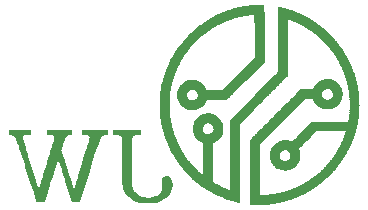
<source format=gbo>
%TF.GenerationSoftware,KiCad,Pcbnew,(6.0.1)*%
%TF.CreationDate,2022-03-17T09:26:44+01:00*%
%TF.ProjectId,SignalGenerator,5369676e-616c-4476-956e-657261746f72,0.3*%
%TF.SameCoordinates,Original*%
%TF.FileFunction,Legend,Bot*%
%TF.FilePolarity,Positive*%
%FSLAX46Y46*%
G04 Gerber Fmt 4.6, Leading zero omitted, Abs format (unit mm)*
G04 Created by KiCad (PCBNEW (6.0.1)) date 2022-03-17 09:26:44*
%MOMM*%
%LPD*%
G01*
G04 APERTURE LIST*
%ADD10R,1.700000X1.700000*%
%ADD11O,1.700000X1.700000*%
%ADD12C,3.200000*%
%ADD13R,3.000000X3.000000*%
%ADD14C,3.000000*%
G04 APERTURE END LIST*
G36*
X167218578Y-98008888D02*
G01*
X167210442Y-98017024D01*
X167202306Y-98008888D01*
X167210442Y-98000752D01*
X167218578Y-98008888D01*
G37*
G36*
X167657912Y-104729068D02*
G01*
X167649776Y-104737203D01*
X167641640Y-104729068D01*
X167649776Y-104720932D01*
X167657912Y-104729068D01*
G37*
G36*
X160954004Y-99473334D02*
G01*
X160945868Y-99481470D01*
X160937732Y-99473334D01*
X160945868Y-99465198D01*
X160954004Y-99473334D01*
G37*
G36*
X166941960Y-90702930D02*
G01*
X166933825Y-90711066D01*
X166925689Y-90702930D01*
X166933825Y-90694795D01*
X166941960Y-90702930D01*
G37*
G36*
X169187444Y-104582623D02*
G01*
X169179308Y-104590759D01*
X169171172Y-104582623D01*
X169179308Y-104574487D01*
X169187444Y-104582623D01*
G37*
G36*
X170603075Y-93940983D02*
G01*
X170594939Y-93949119D01*
X170586803Y-93940983D01*
X170594939Y-93932847D01*
X170603075Y-93940983D01*
G37*
G36*
X168910827Y-103655141D02*
G01*
X168902691Y-103663276D01*
X168894555Y-103655141D01*
X168902691Y-103647005D01*
X168910827Y-103655141D01*
G37*
G36*
X153355157Y-100941049D02*
G01*
X153144353Y-100952178D01*
X153084129Y-100955911D01*
X152951333Y-100970048D01*
X152845831Y-100992673D01*
X152764156Y-101026124D01*
X152702839Y-101072739D01*
X152658413Y-101134858D01*
X152627411Y-101214817D01*
X152606365Y-101314954D01*
X152605227Y-101324969D01*
X152602594Y-101371706D01*
X152600302Y-101447118D01*
X152598344Y-101548654D01*
X152596708Y-101673764D01*
X152595386Y-101819896D01*
X152594369Y-101984501D01*
X152593647Y-102165026D01*
X152593211Y-102358923D01*
X152593052Y-102563639D01*
X152593160Y-102776624D01*
X152593527Y-102995327D01*
X152594142Y-103217198D01*
X152594998Y-103439686D01*
X152596083Y-103660239D01*
X152597390Y-103876308D01*
X152598909Y-104085342D01*
X152600631Y-104284789D01*
X152602546Y-104472099D01*
X152604645Y-104644721D01*
X152606918Y-104800105D01*
X152609358Y-104935700D01*
X152611953Y-105048955D01*
X152614696Y-105137318D01*
X152617577Y-105198241D01*
X152620586Y-105229171D01*
X152641411Y-105319200D01*
X152683174Y-105457148D01*
X152732584Y-105580417D01*
X152786362Y-105680084D01*
X152869634Y-105791237D01*
X153000014Y-105920840D01*
X153153561Y-106034186D01*
X153326267Y-106128802D01*
X153514127Y-106202216D01*
X153713133Y-106251954D01*
X153793710Y-106262329D01*
X153904174Y-106268765D01*
X154025971Y-106269949D01*
X154148215Y-106266026D01*
X154260023Y-106257142D01*
X154350509Y-106243442D01*
X154411386Y-106229087D01*
X154577142Y-106173750D01*
X154729326Y-106099101D01*
X154864800Y-106007845D01*
X154980427Y-105902689D01*
X155073068Y-105786338D01*
X155139588Y-105661497D01*
X155176847Y-105530871D01*
X155179018Y-105516688D01*
X155183427Y-105473662D01*
X155183963Y-105427381D01*
X155180099Y-105372118D01*
X155171311Y-105302148D01*
X155157072Y-105211744D01*
X155136857Y-105095179D01*
X155121998Y-104987924D01*
X155119317Y-104855129D01*
X155138745Y-104741576D01*
X155180962Y-104643951D01*
X155246646Y-104558936D01*
X155250185Y-104555336D01*
X155330890Y-104492612D01*
X155424133Y-104456520D01*
X155535554Y-104444830D01*
X155580969Y-104446788D01*
X155695633Y-104471980D01*
X155796731Y-104524426D01*
X155882887Y-104601847D01*
X155952729Y-104701964D01*
X156004882Y-104822498D01*
X156037971Y-104961170D01*
X156050623Y-105115701D01*
X156041463Y-105283813D01*
X156031326Y-105354792D01*
X155979996Y-105563106D01*
X155897862Y-105761696D01*
X155785320Y-105949860D01*
X155642769Y-106126896D01*
X155470604Y-106292103D01*
X155299686Y-106420268D01*
X155093597Y-106539238D01*
X154870437Y-106635639D01*
X154635287Y-106707304D01*
X154393226Y-106752064D01*
X154375631Y-106754124D01*
X154273388Y-106762249D01*
X154150788Y-106767180D01*
X154016625Y-106768978D01*
X153879696Y-106767705D01*
X153748799Y-106763423D01*
X153632729Y-106756193D01*
X153540282Y-106746078D01*
X153312393Y-106703376D01*
X153057111Y-106630737D01*
X152819873Y-106533647D01*
X152597400Y-106410724D01*
X152386408Y-106260589D01*
X152317537Y-106202874D01*
X152176691Y-106061329D01*
X152058900Y-105904871D01*
X151962067Y-105729966D01*
X151884096Y-105533080D01*
X151822889Y-105310678D01*
X151818886Y-105292818D01*
X151813891Y-105269086D01*
X151809428Y-105244518D01*
X151805456Y-105217249D01*
X151801935Y-105185413D01*
X151798823Y-105147147D01*
X151796081Y-105100583D01*
X151793666Y-105043859D01*
X151791539Y-104975108D01*
X151789659Y-104892465D01*
X151787985Y-104794065D01*
X151786476Y-104678043D01*
X151785091Y-104542534D01*
X151783791Y-104385673D01*
X151782533Y-104205595D01*
X151781277Y-104000434D01*
X151779982Y-103768326D01*
X151778609Y-103507405D01*
X151777115Y-103215807D01*
X151776576Y-103112224D01*
X151774710Y-102787012D01*
X151772745Y-102493820D01*
X151770675Y-102232248D01*
X151768494Y-102001893D01*
X151766196Y-101802353D01*
X151763776Y-101633225D01*
X151761228Y-101494109D01*
X151758548Y-101384603D01*
X151755728Y-101304303D01*
X151752765Y-101252809D01*
X151749651Y-101229718D01*
X151721013Y-101160804D01*
X151666332Y-101076281D01*
X151596583Y-101017065D01*
X151508328Y-100979595D01*
X151503556Y-100978365D01*
X151458284Y-100970693D01*
X151390267Y-100963039D01*
X151307882Y-100956229D01*
X151219507Y-100951089D01*
X150995772Y-100940915D01*
X150995772Y-100571668D01*
X153355157Y-100571668D01*
X153355157Y-100941049D01*
G37*
G36*
X164794107Y-105868081D02*
G01*
X164785971Y-105876217D01*
X164777835Y-105868081D01*
X164785971Y-105859945D01*
X164794107Y-105868081D01*
G37*
G36*
X171712705Y-96828450D02*
G01*
X171718113Y-96863680D01*
X171726272Y-96878011D01*
X171731759Y-96889706D01*
X171729337Y-96921108D01*
X171728440Y-96934961D01*
X171727496Y-96949548D01*
X171738105Y-96953694D01*
X171739013Y-96953179D01*
X171749838Y-96960488D01*
X171751352Y-96996023D01*
X171751023Y-97002436D01*
X171753618Y-97056940D01*
X171762806Y-97113949D01*
X171764819Y-97122982D01*
X171773998Y-97178011D01*
X171777407Y-97224075D01*
X171780672Y-97253270D01*
X171789690Y-97261144D01*
X171791794Y-97260630D01*
X171797259Y-97275493D01*
X171796221Y-97310950D01*
X171795355Y-97320488D01*
X171796527Y-97351845D01*
X171804744Y-97359526D01*
X171809110Y-97360027D01*
X171814798Y-97381202D01*
X171814713Y-97423328D01*
X171814023Y-97436148D01*
X171816634Y-97481060D01*
X171828822Y-97496581D01*
X171835696Y-97499597D01*
X171823447Y-97512604D01*
X171812544Y-97521936D01*
X171817946Y-97528626D01*
X171829650Y-97540130D01*
X171831788Y-97573622D01*
X171832470Y-97608141D01*
X171842757Y-97637996D01*
X171848579Y-97649042D01*
X171848410Y-97650913D01*
X171845925Y-97678441D01*
X171838395Y-97704639D01*
X171838032Y-97752380D01*
X171846288Y-97801722D01*
X171861575Y-97836614D01*
X171871988Y-97854780D01*
X171860058Y-97866446D01*
X171852594Y-97870072D01*
X171839718Y-97889167D01*
X171842228Y-97895275D01*
X171860058Y-97892824D01*
X171862055Y-97891638D01*
X171872235Y-97888340D01*
X171860199Y-97905564D01*
X171850590Y-97921767D01*
X171850715Y-97941238D01*
X171851896Y-97943717D01*
X171855997Y-97971210D01*
X171859754Y-98023206D01*
X171862792Y-98093448D01*
X171864737Y-98175680D01*
X171865144Y-98201738D01*
X171866647Y-98279407D01*
X171868295Y-98342157D01*
X171869913Y-98384116D01*
X171871330Y-98399407D01*
X171871968Y-98400401D01*
X171874873Y-98421186D01*
X171877506Y-98460435D01*
X171877823Y-98471560D01*
X171875221Y-98507122D01*
X171867829Y-98521454D01*
X171863430Y-98533778D01*
X171859644Y-98572635D01*
X171857401Y-98631706D01*
X171857083Y-98704500D01*
X171857553Y-98769855D01*
X171857590Y-98832867D01*
X171857130Y-98877107D01*
X171856203Y-98895692D01*
X171849850Y-98919774D01*
X171848533Y-98946470D01*
X171857418Y-98951759D01*
X171864779Y-98950444D01*
X171872262Y-98966993D01*
X171870667Y-98977963D01*
X171854149Y-99002595D01*
X171849047Y-99008714D01*
X171842046Y-99043534D01*
X171843341Y-99101876D01*
X171845006Y-99137366D01*
X171842775Y-99179127D01*
X171835728Y-99199183D01*
X171828433Y-99213719D01*
X171830324Y-99246309D01*
X171832449Y-99272758D01*
X171822716Y-99294798D01*
X171814780Y-99304200D01*
X171824649Y-99328338D01*
X171835305Y-99345220D01*
X171824929Y-99351297D01*
X171823973Y-99351359D01*
X171811736Y-99367337D01*
X171807786Y-99404180D01*
X171808050Y-99425939D01*
X171802134Y-99488532D01*
X171786092Y-99524249D01*
X171782940Y-99533313D01*
X171793037Y-99557263D01*
X171801251Y-99570074D01*
X171794617Y-99579100D01*
X171784531Y-99587172D01*
X171779191Y-99615711D01*
X171779216Y-99621856D01*
X171775633Y-99665793D01*
X171767561Y-99717408D01*
X171765966Y-99725853D01*
X171757644Y-99781066D01*
X171753629Y-99827242D01*
X171749839Y-99857911D01*
X171741556Y-99871989D01*
X171734661Y-99884285D01*
X171732788Y-99916736D01*
X171730224Y-99953146D01*
X171727960Y-99961483D01*
X171716911Y-100002162D01*
X171706619Y-100037602D01*
X171703284Y-100087963D01*
X171702126Y-100117590D01*
X171690924Y-100122746D01*
X171680549Y-100124602D01*
X171678017Y-100150846D01*
X171677826Y-100178632D01*
X171675763Y-100188046D01*
X171668866Y-100181150D01*
X171660730Y-100189285D01*
X171668866Y-100197421D01*
X171675067Y-100191220D01*
X171668860Y-100219545D01*
X171659977Y-100250808D01*
X171654237Y-100296798D01*
X171649088Y-100329671D01*
X171638650Y-100343829D01*
X171632921Y-100347057D01*
X171633872Y-100367752D01*
X171636174Y-100380187D01*
X171626059Y-100402132D01*
X171617980Y-100413191D01*
X171617106Y-100443316D01*
X171619374Y-100461832D01*
X171612233Y-100481979D01*
X171606554Y-100489673D01*
X171593983Y-100523038D01*
X171580965Y-100572752D01*
X171570405Y-100628619D01*
X171569495Y-100632660D01*
X171559053Y-100662423D01*
X171541552Y-100704354D01*
X171538892Y-100710505D01*
X171517136Y-100770173D01*
X171500092Y-100830829D01*
X171497822Y-100840952D01*
X171488635Y-100881352D01*
X171481663Y-100906813D01*
X171472472Y-100931481D01*
X171456628Y-100969505D01*
X171453661Y-100976795D01*
X171438926Y-101019946D01*
X171432928Y-101050198D01*
X171431521Y-101060715D01*
X171416391Y-101084389D01*
X171411234Y-101088763D01*
X171408520Y-101108632D01*
X171410487Y-101114081D01*
X171400650Y-101132875D01*
X171391965Y-101142822D01*
X171384113Y-101173619D01*
X171379109Y-101206381D01*
X171365214Y-101249949D01*
X171352724Y-101285579D01*
X171348942Y-101307959D01*
X171348965Y-101311480D01*
X171334338Y-101320163D01*
X171328866Y-101321141D01*
X171326467Y-101335310D01*
X171328688Y-101341353D01*
X171319026Y-101360842D01*
X171313684Y-101365508D01*
X171311585Y-101386374D01*
X171313937Y-101391498D01*
X171307178Y-101401521D01*
X171298056Y-101409389D01*
X171290669Y-101437891D01*
X171285472Y-101461148D01*
X171270833Y-101479960D01*
X171265745Y-101482475D01*
X171261570Y-101498333D01*
X171261013Y-101511780D01*
X171249474Y-101547683D01*
X171228686Y-101595411D01*
X171212358Y-101632583D01*
X171198886Y-101673295D01*
X171197507Y-101695248D01*
X171199797Y-101700819D01*
X171190032Y-101710682D01*
X171184527Y-101713023D01*
X171164952Y-101737388D01*
X171140546Y-101782411D01*
X171115454Y-101840855D01*
X171114683Y-101842852D01*
X171105339Y-101866876D01*
X171090102Y-101905941D01*
X171086711Y-101914882D01*
X171074520Y-101953249D01*
X171071411Y-101975096D01*
X171071818Y-101977363D01*
X171060578Y-101987299D01*
X171055473Y-101989474D01*
X171040362Y-102011128D01*
X171027866Y-102043906D01*
X171024377Y-102072725D01*
X171024254Y-102075926D01*
X171009463Y-102084929D01*
X171002106Y-102088361D01*
X170983736Y-102113442D01*
X170965869Y-102153423D01*
X170954083Y-102197014D01*
X170949351Y-102210218D01*
X170927088Y-102237693D01*
X170926386Y-102238266D01*
X170907243Y-102262577D01*
X170880178Y-102306714D01*
X170850812Y-102361547D01*
X170821807Y-102418233D01*
X170783208Y-102491256D01*
X170749472Y-102552738D01*
X170728443Y-102592371D01*
X170714054Y-102625566D01*
X170713131Y-102638413D01*
X170716580Y-102639734D01*
X170707441Y-102650617D01*
X170705798Y-102651830D01*
X170685216Y-102674783D01*
X170657809Y-102713456D01*
X170628709Y-102759396D01*
X170603046Y-102804151D01*
X170585953Y-102839270D01*
X170582561Y-102856300D01*
X170584778Y-102859425D01*
X170575406Y-102865967D01*
X170573071Y-102866433D01*
X170553035Y-102883338D01*
X170525717Y-102917354D01*
X170497856Y-102958633D01*
X170476196Y-102997329D01*
X170467478Y-103023596D01*
X170465277Y-103032986D01*
X170444751Y-103052275D01*
X170435172Y-103058405D01*
X170432152Y-103077383D01*
X170434731Y-103083785D01*
X170425048Y-103093770D01*
X170417110Y-103096531D01*
X170407816Y-103118177D01*
X170404981Y-103129560D01*
X170383408Y-103142585D01*
X170368951Y-103148833D01*
X170359001Y-103176088D01*
X170356220Y-103194820D01*
X170345715Y-103201380D01*
X170337824Y-103204083D01*
X170317787Y-103224574D01*
X170295114Y-103254949D01*
X170277827Y-103284086D01*
X170273950Y-103300863D01*
X170273944Y-103301832D01*
X170262009Y-103317814D01*
X170235718Y-103345746D01*
X170230186Y-103351505D01*
X170207971Y-103381773D01*
X170203810Y-103401943D01*
X170205934Y-103409331D01*
X170194036Y-103428728D01*
X170183611Y-103432628D01*
X170188022Y-103417648D01*
X170192047Y-103410239D01*
X170192145Y-103404742D01*
X170174104Y-103424496D01*
X170137611Y-103469872D01*
X170082348Y-103541239D01*
X170064941Y-103563718D01*
X170026536Y-103611590D01*
X169997047Y-103645965D01*
X169981766Y-103660564D01*
X169975273Y-103666718D01*
X169968482Y-103693262D01*
X169960841Y-103715182D01*
X169934354Y-103741848D01*
X169913662Y-103757597D01*
X169907243Y-103770178D01*
X169903082Y-103779284D01*
X169880888Y-103807861D01*
X169843760Y-103850662D01*
X169796019Y-103902545D01*
X169758605Y-103943654D01*
X169719088Y-103991213D01*
X169693941Y-104026830D01*
X169687430Y-104044913D01*
X169690379Y-104051119D01*
X169684967Y-104051069D01*
X169684460Y-104050721D01*
X169667237Y-104057921D01*
X169635787Y-104084216D01*
X169596530Y-104124291D01*
X169557425Y-104166620D01*
X169500868Y-104226073D01*
X169451456Y-104276254D01*
X169421554Y-104307630D01*
X169393525Y-104342020D01*
X169382704Y-104362640D01*
X169381734Y-104368843D01*
X169368930Y-104372636D01*
X169366429Y-104372311D01*
X169344969Y-104384598D01*
X169309524Y-104414572D01*
X169266327Y-104457101D01*
X169252376Y-104471514D01*
X169192656Y-104530761D01*
X169124047Y-104596108D01*
X169058776Y-104655845D01*
X169028708Y-104682672D01*
X168978201Y-104727920D01*
X168938704Y-104763540D01*
X168916878Y-104783540D01*
X168912712Y-104787358D01*
X168883505Y-104812679D01*
X168836759Y-104852180D01*
X168778491Y-104900851D01*
X168714720Y-104953681D01*
X168651463Y-105005659D01*
X168594738Y-105051775D01*
X168574491Y-105068315D01*
X168531656Y-105104494D01*
X168501176Y-105131790D01*
X168479062Y-105150134D01*
X168458847Y-105160265D01*
X168453351Y-105162129D01*
X168427799Y-105179459D01*
X168392757Y-105209080D01*
X168377473Y-105222753D01*
X168347140Y-105247917D01*
X168331493Y-105257895D01*
X168325896Y-105259608D01*
X168304022Y-105273963D01*
X168275999Y-105296536D01*
X168201634Y-105353313D01*
X168135305Y-105399655D01*
X168085042Y-105429845D01*
X168077477Y-105433857D01*
X168045242Y-105455128D01*
X168032159Y-105471280D01*
X168030977Y-105476216D01*
X168012694Y-105485698D01*
X167994700Y-105492116D01*
X167958358Y-105511687D01*
X167915538Y-105537986D01*
X167876918Y-105564410D01*
X167853171Y-105584356D01*
X167853110Y-105584425D01*
X167835438Y-105596707D01*
X167797497Y-105619717D01*
X167747406Y-105648530D01*
X167746617Y-105648974D01*
X167697047Y-105678268D01*
X167660327Y-105702553D01*
X167644352Y-105716610D01*
X167643482Y-105718383D01*
X167623689Y-105729772D01*
X167614184Y-105732533D01*
X167582146Y-105748700D01*
X167539619Y-105774519D01*
X167501882Y-105797511D01*
X167435531Y-105834948D01*
X167351907Y-105880117D01*
X167256112Y-105930447D01*
X167153251Y-105983364D01*
X167048427Y-106036297D01*
X166946743Y-106086671D01*
X166853302Y-106131916D01*
X166773209Y-106169457D01*
X166711567Y-106196723D01*
X166673479Y-106211141D01*
X166671232Y-106211868D01*
X166644254Y-106221977D01*
X166595734Y-106240934D01*
X166532780Y-106265888D01*
X166462506Y-106293988D01*
X166392022Y-106322380D01*
X166328438Y-106348215D01*
X166278866Y-106368639D01*
X166250417Y-106380802D01*
X166230700Y-106388747D01*
X166183891Y-106405272D01*
X166128379Y-106423171D01*
X166090236Y-106435576D01*
X166046073Y-106451940D01*
X166022108Y-106463514D01*
X166000272Y-106473887D01*
X165961358Y-106484312D01*
X165928403Y-106492069D01*
X165900906Y-106502471D01*
X165889855Y-106507884D01*
X165855891Y-106518190D01*
X165833104Y-106523596D01*
X165786209Y-106536134D01*
X165729725Y-106552148D01*
X165683298Y-106565330D01*
X165644574Y-106575587D01*
X165628254Y-106578876D01*
X165624006Y-106579476D01*
X165597269Y-106587393D01*
X165555031Y-106601726D01*
X165547688Y-106604288D01*
X165437961Y-106636594D01*
X165298527Y-106668341D01*
X165275513Y-106673072D01*
X165242901Y-106680305D01*
X165209561Y-106688928D01*
X165160218Y-106702740D01*
X165154849Y-106704229D01*
X165091696Y-106718943D01*
X165030045Y-106729629D01*
X165021732Y-106730735D01*
X164967807Y-106738824D01*
X164924279Y-106746657D01*
X164886951Y-106754206D01*
X164836155Y-106763895D01*
X164800620Y-106771552D01*
X164779204Y-106778442D01*
X164767792Y-106781749D01*
X164731195Y-106788335D01*
X164680205Y-106795482D01*
X164645773Y-106799799D01*
X164574876Y-106808922D01*
X164513213Y-106817347D01*
X164444267Y-106827301D01*
X164366064Y-106838327D01*
X164269874Y-106850185D01*
X164174473Y-106859537D01*
X164071528Y-106867066D01*
X163952705Y-106873458D01*
X163809673Y-106879396D01*
X163752507Y-106881719D01*
X163670737Y-106885706D01*
X163604481Y-106889759D01*
X163559411Y-106893515D01*
X163541196Y-106896610D01*
X163527549Y-106898582D01*
X163487111Y-106899142D01*
X163426968Y-106897817D01*
X163354073Y-106894679D01*
X163311495Y-106892580D01*
X163218313Y-106888462D01*
X163108887Y-106884058D01*
X162993521Y-106879777D01*
X162882518Y-106876026D01*
X162795708Y-106873129D01*
X162712917Y-106870070D01*
X162647029Y-106867312D01*
X162603255Y-106865073D01*
X162586801Y-106863573D01*
X162586789Y-106863540D01*
X162586378Y-106846087D01*
X162585853Y-106797836D01*
X162585223Y-106720473D01*
X162584496Y-106615685D01*
X162583681Y-106485155D01*
X162582786Y-106330572D01*
X162581821Y-106153620D01*
X162580795Y-105955985D01*
X162579715Y-105739354D01*
X162578592Y-105505411D01*
X162577432Y-105255844D01*
X162576247Y-104992337D01*
X162575043Y-104716576D01*
X162573830Y-104430248D01*
X162572617Y-104135038D01*
X162561587Y-101409657D01*
X162599852Y-101374203D01*
X162615873Y-101358915D01*
X162654658Y-101320825D01*
X162704862Y-101270773D01*
X162759640Y-101215554D01*
X162799286Y-101176047D01*
X162844610Y-101132780D01*
X162877899Y-101103272D01*
X162893881Y-101092360D01*
X162899705Y-101089632D01*
X162906598Y-101067953D01*
X162907960Y-101056780D01*
X162918802Y-101043507D01*
X162932416Y-101038337D01*
X162963074Y-101016179D01*
X162997352Y-100985041D01*
X163025250Y-100954273D01*
X163036771Y-100933220D01*
X163037543Y-100926271D01*
X163048975Y-100913060D01*
X163062056Y-100906819D01*
X163089693Y-100886525D01*
X163122831Y-100858761D01*
X163153688Y-100830410D01*
X163174482Y-100808353D01*
X163177431Y-100799471D01*
X163177084Y-100795425D01*
X163194025Y-100776236D01*
X163227162Y-100746588D01*
X163249317Y-100727380D01*
X163281253Y-100696595D01*
X163296339Y-100677434D01*
X163304250Y-100666708D01*
X163332392Y-100639651D01*
X163372631Y-100606305D01*
X163400575Y-100582682D01*
X163427407Y-100554084D01*
X163434206Y-100537151D01*
X163432142Y-100532788D01*
X163438583Y-100522854D01*
X163438654Y-100522838D01*
X163452164Y-100510804D01*
X163486838Y-100477579D01*
X163540907Y-100424926D01*
X163612597Y-100354609D01*
X163700139Y-100268393D01*
X163801761Y-100168042D01*
X163915691Y-100055318D01*
X164040159Y-99931987D01*
X164173394Y-99799812D01*
X164313623Y-99660557D01*
X164459076Y-99515986D01*
X164607982Y-99367862D01*
X164758569Y-99217951D01*
X164909066Y-99068015D01*
X165057702Y-98919819D01*
X165202705Y-98775127D01*
X165342305Y-98635702D01*
X165474731Y-98503308D01*
X165598210Y-98379710D01*
X165710972Y-98266671D01*
X165811245Y-98165955D01*
X165897259Y-98079327D01*
X165967242Y-98008549D01*
X166019423Y-97955387D01*
X166052030Y-97921603D01*
X166063293Y-97908963D01*
X166071455Y-97899567D01*
X166100273Y-97869575D01*
X166147371Y-97821618D01*
X166210121Y-97758342D01*
X166285897Y-97682396D01*
X166372071Y-97596427D01*
X166466016Y-97503083D01*
X166495367Y-97473976D01*
X168707454Y-97473976D01*
X168707788Y-97525564D01*
X168709780Y-97574912D01*
X168713222Y-97611924D01*
X168717908Y-97626505D01*
X168726048Y-97632741D01*
X168731839Y-97659372D01*
X168733932Y-97673668D01*
X168751371Y-97718087D01*
X168781139Y-97771027D01*
X168816741Y-97821657D01*
X168851678Y-97859147D01*
X168869658Y-97872252D01*
X168915433Y-97899819D01*
X168968646Y-97927315D01*
X168998734Y-97940163D01*
X169064890Y-97961965D01*
X169123227Y-97974029D01*
X169128349Y-97974522D01*
X169194170Y-97973525D01*
X169265419Y-97962318D01*
X169329461Y-97943620D01*
X169373660Y-97920148D01*
X169388815Y-97909513D01*
X169398975Y-97908838D01*
X169409085Y-97903578D01*
X169436045Y-97880129D01*
X169473951Y-97843562D01*
X169493449Y-97823121D01*
X169546968Y-97750002D01*
X169586287Y-97660935D01*
X169604310Y-97603882D01*
X169615587Y-97543677D01*
X169614906Y-97482812D01*
X169603278Y-97406121D01*
X169595483Y-97382408D01*
X169577335Y-97342894D01*
X169553318Y-97297250D01*
X169527521Y-97252521D01*
X169504031Y-97215752D01*
X169486939Y-97193989D01*
X169480333Y-97194278D01*
X169480332Y-97194415D01*
X169471309Y-97193908D01*
X169449949Y-97173389D01*
X169425995Y-97149382D01*
X169408108Y-97138356D01*
X169396864Y-97133775D01*
X169372243Y-97113949D01*
X169364641Y-97107514D01*
X169319212Y-97089086D01*
X169264734Y-97087615D01*
X169262461Y-97087715D01*
X169252531Y-97074798D01*
X169239795Y-97068177D01*
X169202667Y-97063989D01*
X169149690Y-97063795D01*
X169042330Y-97079663D01*
X168931259Y-97125173D01*
X168835952Y-97198044D01*
X168832969Y-97201076D01*
X168795519Y-97245765D01*
X168759193Y-97298819D01*
X168730840Y-97349357D01*
X168717312Y-97386499D01*
X168713317Y-97402770D01*
X168712588Y-97404461D01*
X168708985Y-97430244D01*
X168707454Y-97473976D01*
X166495367Y-97473976D01*
X166868738Y-97103707D01*
X167400668Y-97104349D01*
X167932597Y-97104991D01*
X167943968Y-97068791D01*
X167950313Y-97050931D01*
X167968505Y-97006755D01*
X167991809Y-96954632D01*
X168015800Y-96904051D01*
X168036051Y-96864499D01*
X168048137Y-96845467D01*
X168054967Y-96837819D01*
X168077241Y-96809283D01*
X168107130Y-96768831D01*
X168150030Y-96713361D01*
X168222370Y-96630903D01*
X168297986Y-96555084D01*
X168366786Y-96496488D01*
X168388212Y-96480125D01*
X168422171Y-96452639D01*
X168439274Y-96436498D01*
X168451298Y-96426772D01*
X168489349Y-96405029D01*
X168545804Y-96376876D01*
X168613729Y-96345589D01*
X168686188Y-96314447D01*
X168756246Y-96286724D01*
X168846656Y-96258793D01*
X169002073Y-96233418D01*
X169179308Y-96229287D01*
X169221566Y-96230518D01*
X169283652Y-96231745D01*
X169329821Y-96231981D01*
X169333854Y-96231983D01*
X169368486Y-96236682D01*
X169382704Y-96247441D01*
X169393178Y-96256156D01*
X169423383Y-96255706D01*
X169450571Y-96254821D01*
X169464062Y-96264657D01*
X169464658Y-96269552D01*
X169474768Y-96270678D01*
X169485398Y-96268207D01*
X169510435Y-96280170D01*
X169515167Y-96283952D01*
X169528269Y-96291703D01*
X169521012Y-96275961D01*
X169516641Y-96268303D01*
X169515090Y-96259979D01*
X169534160Y-96273885D01*
X169551551Y-96284758D01*
X169561941Y-96282021D01*
X169564177Y-96277854D01*
X169576087Y-96289753D01*
X169595424Y-96304589D01*
X169632777Y-96314161D01*
X169661541Y-96319468D01*
X169675581Y-96330584D01*
X169680470Y-96336557D01*
X169703572Y-96333792D01*
X169717789Y-96329713D01*
X169719940Y-96334667D01*
X169718193Y-96339386D01*
X169731548Y-96357428D01*
X169764660Y-96379365D01*
X169809834Y-96399635D01*
X169825144Y-96407440D01*
X169838309Y-96424303D01*
X169840103Y-96430025D01*
X169859898Y-96438677D01*
X169880648Y-96448053D01*
X169917393Y-96474450D01*
X169961241Y-96511899D01*
X170003048Y-96547546D01*
X170041090Y-96574724D01*
X170064401Y-96585121D01*
X170074433Y-96586230D01*
X170078667Y-96594261D01*
X170078675Y-96603846D01*
X170094291Y-96628311D01*
X170120300Y-96656596D01*
X170147556Y-96679148D01*
X170166911Y-96686416D01*
X170172328Y-96686026D01*
X170172257Y-96698409D01*
X170174846Y-96720498D01*
X170195454Y-96750695D01*
X170218507Y-96781384D01*
X170228828Y-96807856D01*
X170229810Y-96816188D01*
X170241127Y-96829196D01*
X170242632Y-96829514D01*
X170257853Y-96846355D01*
X170276324Y-96880923D01*
X170300072Y-96926302D01*
X170325043Y-96962809D01*
X170341588Y-96985068D01*
X170352899Y-97008711D01*
X170353041Y-97009763D01*
X170359445Y-97036659D01*
X170359959Y-97038083D01*
X170367738Y-97065134D01*
X170368179Y-97067003D01*
X170375429Y-97093610D01*
X170377764Y-97101077D01*
X170381013Y-97113111D01*
X170386881Y-97137183D01*
X170397823Y-97183103D01*
X170398966Y-97187718D01*
X170410895Y-97221957D01*
X170422245Y-97235986D01*
X170423152Y-97236144D01*
X170429740Y-97252867D01*
X170430436Y-97288742D01*
X170430318Y-97290619D01*
X170433617Y-97330760D01*
X170445775Y-97355067D01*
X170455906Y-97365515D01*
X170444325Y-97376923D01*
X170436479Y-97381789D01*
X170432630Y-97399361D01*
X170437042Y-97414479D01*
X170441439Y-97456082D01*
X170443416Y-97510790D01*
X170443117Y-97543677D01*
X170442903Y-97567220D01*
X170439827Y-97613987D01*
X170434120Y-97639708D01*
X170430707Y-97648889D01*
X170441391Y-97659048D01*
X170451722Y-97663800D01*
X170440033Y-97683849D01*
X170429905Y-97699750D01*
X170428664Y-97717863D01*
X170430149Y-97721397D01*
X170427666Y-97748129D01*
X170415951Y-97789221D01*
X170411288Y-97803161D01*
X170401738Y-97840356D01*
X170401618Y-97858958D01*
X170400260Y-97876598D01*
X170387526Y-97915262D01*
X170366448Y-97966443D01*
X170340191Y-98021754D01*
X170333371Y-98040453D01*
X170333949Y-98064796D01*
X170334532Y-98073673D01*
X170316540Y-98088678D01*
X170304248Y-98097321D01*
X170299686Y-98122496D01*
X170301378Y-98135247D01*
X170286798Y-98158970D01*
X170278590Y-98165895D01*
X170254672Y-98196984D01*
X170228880Y-98240759D01*
X170216395Y-98263032D01*
X170192703Y-98296671D01*
X170175658Y-98309913D01*
X170170427Y-98310366D01*
X170166470Y-98318066D01*
X170166959Y-98321410D01*
X170153951Y-98342860D01*
X170124552Y-98377442D01*
X170084830Y-98419168D01*
X170040849Y-98462049D01*
X169998675Y-98500093D01*
X169983545Y-98512100D01*
X169976618Y-98505173D01*
X169968482Y-98513308D01*
X169974473Y-98519299D01*
X169964376Y-98527312D01*
X169944016Y-98537716D01*
X169931672Y-98540254D01*
X169928014Y-98554328D01*
X169928872Y-98558358D01*
X169914551Y-98576127D01*
X169880159Y-98595226D01*
X169869295Y-98600048D01*
X169835608Y-98619613D01*
X169822037Y-98635564D01*
X169821660Y-98639437D01*
X169809834Y-98648990D01*
X169801963Y-98648843D01*
X169785219Y-98653219D01*
X169755487Y-98664646D01*
X169707230Y-98685286D01*
X169634914Y-98717300D01*
X169603004Y-98730844D01*
X169554043Y-98749108D01*
X169521012Y-98758242D01*
X169516370Y-98758967D01*
X169479645Y-98765721D01*
X169423573Y-98776843D01*
X169358296Y-98790332D01*
X169264749Y-98804785D01*
X169105667Y-98808769D01*
X168927098Y-98790132D01*
X168891210Y-98782654D01*
X168835153Y-98768100D01*
X168770435Y-98749476D01*
X168705080Y-98729272D01*
X168647107Y-98709978D01*
X168604538Y-98694082D01*
X168585394Y-98684076D01*
X168584248Y-98682829D01*
X168561937Y-98668599D01*
X168524376Y-98650409D01*
X168517729Y-98647420D01*
X168484869Y-98629076D01*
X168471493Y-98615102D01*
X168469718Y-98610230D01*
X168449922Y-98602802D01*
X168448307Y-98602702D01*
X168422055Y-98589885D01*
X168390135Y-98562123D01*
X168386689Y-98558509D01*
X168357925Y-98532215D01*
X168339223Y-98521444D01*
X168328570Y-98517132D01*
X168301894Y-98496171D01*
X168271863Y-98466444D01*
X168248015Y-98437715D01*
X168239886Y-98419747D01*
X168240296Y-98416424D01*
X168227189Y-98407543D01*
X168212771Y-98400348D01*
X168183798Y-98375594D01*
X168151505Y-98342361D01*
X168125151Y-98310330D01*
X168113994Y-98289181D01*
X168108165Y-98275480D01*
X168088036Y-98241401D01*
X168058577Y-98196716D01*
X168038998Y-98166368D01*
X167998876Y-98095248D01*
X167966542Y-98027351D01*
X167929448Y-97937856D01*
X167581267Y-97936301D01*
X167233085Y-97934747D01*
X165321826Y-99851190D01*
X163410568Y-101767633D01*
X163420045Y-103874807D01*
X163420277Y-103926606D01*
X163421425Y-104184831D01*
X163422514Y-104434011D01*
X163423536Y-104672186D01*
X163424484Y-104897399D01*
X163425349Y-105107692D01*
X163426125Y-105301106D01*
X163426804Y-105475684D01*
X163427378Y-105629468D01*
X163427839Y-105760500D01*
X163428180Y-105866821D01*
X163428393Y-105946473D01*
X163428471Y-105997498D01*
X163428406Y-106017939D01*
X163428291Y-106023463D01*
X163430561Y-106037924D01*
X163441503Y-106046403D01*
X163467075Y-106049996D01*
X163513234Y-106049797D01*
X163585939Y-106046902D01*
X163644259Y-106044123D01*
X163797541Y-106035378D01*
X163964777Y-106024179D01*
X164133111Y-106011419D01*
X164289686Y-105997992D01*
X164353844Y-105990823D01*
X164455276Y-105976808D01*
X164573925Y-105958382D01*
X164701750Y-105936945D01*
X164830707Y-105913900D01*
X164952754Y-105890647D01*
X165059848Y-105868589D01*
X165143946Y-105849127D01*
X165190180Y-105837777D01*
X165256090Y-105822041D01*
X165329247Y-105804888D01*
X165394099Y-105788267D01*
X165491086Y-105760444D01*
X165605014Y-105725591D01*
X165728996Y-105685993D01*
X165856140Y-105643933D01*
X165979557Y-105601696D01*
X166092358Y-105561567D01*
X166187653Y-105525829D01*
X166258552Y-105496767D01*
X166282505Y-105486462D01*
X166327309Y-105468759D01*
X166355781Y-105459660D01*
X166356504Y-105459504D01*
X166383552Y-105449331D01*
X166434307Y-105426793D01*
X166503846Y-105394325D01*
X166587242Y-105354362D01*
X166679572Y-105309339D01*
X166775910Y-105261690D01*
X166871331Y-105213851D01*
X166960912Y-105168256D01*
X167039726Y-105127341D01*
X167102849Y-105093540D01*
X167145356Y-105069287D01*
X167162949Y-105058661D01*
X167209154Y-105031723D01*
X167242985Y-105013298D01*
X167244105Y-105012735D01*
X167281213Y-104991956D01*
X167324344Y-104965259D01*
X167371804Y-104935561D01*
X167421919Y-104906057D01*
X167430977Y-104900914D01*
X167511238Y-104852203D01*
X167609224Y-104788535D01*
X167718163Y-104714651D01*
X167831281Y-104635291D01*
X167941806Y-104555198D01*
X168042965Y-104479113D01*
X168127984Y-104411777D01*
X168132606Y-104407983D01*
X168176979Y-104371778D01*
X168233993Y-104325505D01*
X168292505Y-104278211D01*
X168312636Y-104261950D01*
X168385708Y-104202116D01*
X168447373Y-104149658D01*
X168506200Y-104096946D01*
X168570761Y-104036348D01*
X168649625Y-103960233D01*
X168703188Y-103908474D01*
X168748191Y-103865610D01*
X168779353Y-103836637D01*
X168791968Y-103825993D01*
X168801363Y-103817926D01*
X168827276Y-103791637D01*
X168863143Y-103753428D01*
X168906697Y-103706851D01*
X168963362Y-103647302D01*
X169018048Y-103590711D01*
X169028999Y-103579425D01*
X169066695Y-103539286D01*
X169091110Y-103511160D01*
X169097392Y-103500560D01*
X169097965Y-103497276D01*
X169114672Y-103478207D01*
X169146217Y-103447790D01*
X169164788Y-103430123D01*
X169192721Y-103400322D01*
X169203716Y-103383443D01*
X169203774Y-103382729D01*
X169215164Y-103362831D01*
X169240327Y-103332779D01*
X169273269Y-103295362D01*
X169309481Y-103250274D01*
X169338422Y-103212999D01*
X169363401Y-103182981D01*
X169373663Y-103166762D01*
X169374760Y-103142896D01*
X169373193Y-103135240D01*
X169389994Y-103136376D01*
X169403188Y-103139370D01*
X169415267Y-103132122D01*
X169415419Y-103130679D01*
X169427160Y-103107935D01*
X169451878Y-103075281D01*
X169471778Y-103051882D01*
X169525631Y-102987394D01*
X169560930Y-102942646D01*
X169580233Y-102914278D01*
X169586099Y-102898928D01*
X169595254Y-102877474D01*
X169618293Y-102846155D01*
X169623418Y-102840146D01*
X169656796Y-102797709D01*
X169692348Y-102748325D01*
X169724565Y-102700174D01*
X169747936Y-102661438D01*
X169756951Y-102640297D01*
X169760744Y-102631204D01*
X169783687Y-102615115D01*
X169796744Y-102607957D01*
X169800937Y-102595368D01*
X169798346Y-102589085D01*
X169807045Y-102567276D01*
X169844859Y-102521320D01*
X169869456Y-102488261D01*
X169879196Y-102468725D01*
X169877690Y-102457076D01*
X169875772Y-102452525D01*
X169885746Y-102442905D01*
X169889903Y-102441998D01*
X169910013Y-102422792D01*
X169930098Y-102388584D01*
X169943492Y-102352614D01*
X169943530Y-102328122D01*
X169940689Y-102322144D01*
X169946933Y-102316397D01*
X169948841Y-102316901D01*
X169964414Y-102308664D01*
X169976163Y-102291362D01*
X170001619Y-102263323D01*
X170022213Y-102236419D01*
X170026205Y-102216352D01*
X170025620Y-102205067D01*
X170041883Y-102182410D01*
X170054634Y-102168451D01*
X170066112Y-102139887D01*
X170067711Y-102130484D01*
X170083344Y-102117472D01*
X170089229Y-102116195D01*
X170090519Y-102101201D01*
X170087898Y-102094967D01*
X170096517Y-102084929D01*
X170096896Y-102084903D01*
X170111932Y-102070248D01*
X170135251Y-102033829D01*
X170161970Y-101983232D01*
X170188237Y-101930079D01*
X170218980Y-101869757D01*
X170243013Y-101824583D01*
X170251032Y-101810001D01*
X170287657Y-101738939D01*
X170315180Y-101678009D01*
X170331103Y-101633162D01*
X170332926Y-101610355D01*
X170331246Y-101604889D01*
X170344481Y-101596781D01*
X170351756Y-101595893D01*
X170354352Y-101586708D01*
X170353042Y-101576073D01*
X170368061Y-101552853D01*
X170380331Y-101536339D01*
X170383292Y-101515235D01*
X170381368Y-101509910D01*
X170391191Y-101491233D01*
X170404688Y-101478360D01*
X170425623Y-101447466D01*
X170427034Y-101444806D01*
X170435487Y-101423500D01*
X170425158Y-101425267D01*
X170421714Y-101426455D01*
X170422941Y-101414106D01*
X170438963Y-101383633D01*
X170444448Y-101374202D01*
X170460626Y-101338461D01*
X170462963Y-101317245D01*
X170461274Y-101313528D01*
X170470044Y-101303891D01*
X170479708Y-101299457D01*
X170494828Y-101275416D01*
X170496997Y-101269030D01*
X170510699Y-101230682D01*
X170528325Y-101183090D01*
X170533958Y-101167683D01*
X170546226Y-101129593D01*
X170549971Y-101109868D01*
X170549940Y-101107789D01*
X170558025Y-101084249D01*
X170575987Y-101047135D01*
X170580115Y-101039003D01*
X170594057Y-101001416D01*
X170594644Y-100977981D01*
X170592084Y-100972269D01*
X170599143Y-100962187D01*
X170601174Y-100961198D01*
X170613848Y-100940689D01*
X170631369Y-100900680D01*
X170650186Y-100850479D01*
X170666747Y-100799395D01*
X170677504Y-100756736D01*
X170681643Y-100739359D01*
X170692173Y-100703089D01*
X170703383Y-100667770D01*
X169441504Y-100670194D01*
X168179624Y-100672617D01*
X168143050Y-100718557D01*
X168137486Y-100725282D01*
X168111061Y-100750487D01*
X168093725Y-100756616D01*
X168088661Y-100755128D01*
X168080974Y-100768584D01*
X168075815Y-100781265D01*
X168052586Y-100810495D01*
X168019601Y-100843201D01*
X167986806Y-100869830D01*
X167964142Y-100880829D01*
X167959202Y-100882296D01*
X167950801Y-100901347D01*
X167949858Y-100906038D01*
X167932475Y-100931745D01*
X167900098Y-100962366D01*
X167892081Y-100968837D01*
X167855358Y-101000067D01*
X167830943Y-101023259D01*
X167818506Y-101036107D01*
X167784962Y-101070204D01*
X167732940Y-101122858D01*
X167664795Y-101191692D01*
X167582885Y-101274327D01*
X167489566Y-101368385D01*
X167387192Y-101471488D01*
X167278122Y-101581256D01*
X167199231Y-101660754D01*
X167080485Y-101781089D01*
X166982732Y-101881223D01*
X166904502Y-101962741D01*
X166844328Y-102027231D01*
X166800739Y-102076279D01*
X166772267Y-102111472D01*
X166757443Y-102134397D01*
X166754799Y-102146642D01*
X166791595Y-102244188D01*
X166832031Y-102374510D01*
X166857233Y-102497600D01*
X166868419Y-102622978D01*
X166867216Y-102725360D01*
X166866807Y-102760164D01*
X166853617Y-102918680D01*
X166846966Y-102963388D01*
X166813468Y-103087262D01*
X166759419Y-103219264D01*
X166688895Y-103351396D01*
X166605968Y-103475661D01*
X166514712Y-103584059D01*
X166491331Y-103607418D01*
X166426382Y-103665950D01*
X166352561Y-103725883D01*
X166276395Y-103782490D01*
X166204410Y-103831043D01*
X166143134Y-103866816D01*
X166099093Y-103885080D01*
X166065258Y-103896169D01*
X166032317Y-103913662D01*
X166019673Y-103922547D01*
X166007909Y-103925968D01*
X166003533Y-103925183D01*
X165976437Y-103929627D01*
X165933120Y-103940389D01*
X165777747Y-103971411D01*
X165605926Y-103984503D01*
X165433740Y-103978602D01*
X165274394Y-103953446D01*
X165208907Y-103935950D01*
X165062926Y-103882773D01*
X164922989Y-103813581D01*
X164797908Y-103733066D01*
X164696499Y-103645918D01*
X164687813Y-103636967D01*
X164632964Y-103578833D01*
X164582258Y-103522611D01*
X164540317Y-103473671D01*
X164511763Y-103437380D01*
X164501217Y-103419106D01*
X164497578Y-103407940D01*
X164478696Y-103382733D01*
X164442038Y-103334227D01*
X164401491Y-103254520D01*
X164363791Y-103155246D01*
X164330705Y-103043306D01*
X164304001Y-102925597D01*
X164285447Y-102809019D01*
X164276810Y-102700469D01*
X164278055Y-102662233D01*
X165128182Y-102662233D01*
X165132831Y-102776081D01*
X165164969Y-102882328D01*
X165222441Y-102976243D01*
X165303089Y-103053098D01*
X165404758Y-103108163D01*
X165495395Y-103136724D01*
X165593159Y-103148391D01*
X165686274Y-103134677D01*
X165783721Y-103095277D01*
X165801511Y-103085621D01*
X165888722Y-103018450D01*
X165956515Y-102931886D01*
X166002691Y-102832125D01*
X166025050Y-102725360D01*
X166021394Y-102617785D01*
X165989523Y-102515595D01*
X165938031Y-102428419D01*
X165857135Y-102341372D01*
X165760906Y-102281656D01*
X165651740Y-102250663D01*
X165532033Y-102249786D01*
X165489359Y-102256392D01*
X165373423Y-102293576D01*
X165277520Y-102355897D01*
X165202956Y-102442319D01*
X165151038Y-102551807D01*
X165128182Y-102662233D01*
X164278055Y-102662233D01*
X164279859Y-102606846D01*
X164303988Y-102455065D01*
X164352546Y-102272439D01*
X164419158Y-102106172D01*
X164501542Y-101962892D01*
X164519224Y-101938732D01*
X164576941Y-101869618D01*
X164647952Y-101793830D01*
X164723320Y-101720642D01*
X164794107Y-101659326D01*
X164862574Y-101610533D01*
X164970441Y-101548072D01*
X165088113Y-101492426D01*
X165204414Y-101448749D01*
X165308170Y-101422196D01*
X165325977Y-101419844D01*
X165383036Y-101415819D01*
X165459384Y-101413102D01*
X165546386Y-101411724D01*
X165635411Y-101411717D01*
X165717826Y-101413114D01*
X165784997Y-101415948D01*
X165828293Y-101420250D01*
X165877882Y-101431156D01*
X165944581Y-101449704D01*
X166011520Y-101471366D01*
X166068051Y-101492665D01*
X166103522Y-101510121D01*
X166108526Y-101512493D01*
X166117596Y-101512591D01*
X166130483Y-101507552D01*
X166148778Y-101495878D01*
X166174069Y-101476069D01*
X166207946Y-101446625D01*
X166251998Y-101406046D01*
X166307815Y-101352832D01*
X166376985Y-101285485D01*
X166461099Y-101202503D01*
X166561745Y-101102388D01*
X166680514Y-100983640D01*
X166818993Y-100844758D01*
X166978774Y-100684244D01*
X167697876Y-99961483D01*
X171709545Y-99961483D01*
X171717681Y-99969618D01*
X171725817Y-99961483D01*
X171717681Y-99953347D01*
X171709545Y-99961483D01*
X167697876Y-99961483D01*
X167821931Y-99836797D01*
X169366687Y-99842189D01*
X170911444Y-99847581D01*
X170920251Y-99806902D01*
X170921359Y-99801532D01*
X170929002Y-99754769D01*
X170935583Y-99701137D01*
X170936469Y-99693095D01*
X170945546Y-99639036D01*
X170957354Y-99595371D01*
X170959663Y-99588364D01*
X170968284Y-99541181D01*
X170970894Y-99487089D01*
X170970818Y-99469557D01*
X170973656Y-99436209D01*
X170979756Y-99426021D01*
X170985214Y-99424170D01*
X170992231Y-99401430D01*
X170996298Y-99363482D01*
X170996969Y-99321098D01*
X170993801Y-99285053D01*
X170986350Y-99266120D01*
X170979081Y-99259187D01*
X170989844Y-99253916D01*
X171002123Y-99245740D01*
X171003174Y-99213253D01*
X171002066Y-99184747D01*
X171010991Y-99163478D01*
X171017290Y-99157361D01*
X171026137Y-99129709D01*
X171023299Y-99117523D01*
X171005798Y-99117522D01*
X170995936Y-99120260D01*
X171007824Y-99102170D01*
X171019925Y-99076688D01*
X171021094Y-99029126D01*
X171018692Y-98992832D01*
X171026274Y-98960557D01*
X171031198Y-98948243D01*
X171023214Y-98916577D01*
X171014878Y-98901652D01*
X171023794Y-98874107D01*
X171025277Y-98871186D01*
X171030351Y-98841193D01*
X171034476Y-98785364D01*
X171037651Y-98709003D01*
X171039879Y-98617418D01*
X171041159Y-98515914D01*
X171041492Y-98409797D01*
X171040880Y-98304373D01*
X171039323Y-98204948D01*
X171036821Y-98116829D01*
X171033376Y-98045320D01*
X171028989Y-97995728D01*
X171023660Y-97973360D01*
X171017482Y-97961705D01*
X171020198Y-97932311D01*
X171020874Y-97931213D01*
X171034984Y-97896696D01*
X171036892Y-97866957D01*
X171025725Y-97854308D01*
X171017144Y-97844327D01*
X171019508Y-97813417D01*
X171021845Y-97783499D01*
X171009690Y-97748331D01*
X170998196Y-97730017D01*
X171008970Y-97724135D01*
X171019632Y-97717630D01*
X171016113Y-97687524D01*
X171015180Y-97684533D01*
X171009429Y-97650913D01*
X171823447Y-97650913D01*
X171831582Y-97659048D01*
X171839718Y-97650913D01*
X171831582Y-97642777D01*
X171823447Y-97650913D01*
X171009429Y-97650913D01*
X171007774Y-97641239D01*
X171005761Y-97589894D01*
X171005916Y-97578856D01*
X171003228Y-97543238D01*
X170996543Y-97528875D01*
X170989297Y-97521535D01*
X170983804Y-97495824D01*
X170979629Y-97447018D01*
X170978606Y-97424394D01*
X170985458Y-97431246D01*
X170993594Y-97423110D01*
X170985458Y-97414974D01*
X170978495Y-97421937D01*
X170976164Y-97370391D01*
X170975056Y-97351697D01*
X170969841Y-97318306D01*
X170962630Y-97308233D01*
X170958331Y-97309473D01*
X170953791Y-97302513D01*
X170950211Y-97280241D01*
X170946784Y-97236925D01*
X170942700Y-97166832D01*
X170941890Y-97155899D01*
X170935490Y-97120210D01*
X170926306Y-97105813D01*
X170921049Y-97102680D01*
X170922366Y-97082077D01*
X170923653Y-97076847D01*
X170921806Y-97041957D01*
X170910384Y-96996651D01*
X170906367Y-96984375D01*
X170895719Y-96943772D01*
X170894926Y-96934961D01*
X170895964Y-96934961D01*
X170904100Y-96943097D01*
X170912236Y-96934961D01*
X170904100Y-96926825D01*
X170895964Y-96934961D01*
X170894926Y-96934961D01*
X170893573Y-96919926D01*
X170893765Y-96908778D01*
X170888546Y-96871981D01*
X170878038Y-96822297D01*
X170870650Y-96790737D01*
X170870169Y-96788517D01*
X171693274Y-96788517D01*
X171701410Y-96796652D01*
X171709545Y-96788517D01*
X171701410Y-96780381D01*
X171693274Y-96788517D01*
X170870169Y-96788517D01*
X170862355Y-96752448D01*
X170859773Y-96735935D01*
X170859847Y-96735271D01*
X170855605Y-96715668D01*
X170845156Y-96678984D01*
X170831593Y-96630637D01*
X170820949Y-96586262D01*
X170813609Y-96558142D01*
X170801803Y-96529311D01*
X170797654Y-96521230D01*
X170789529Y-96487492D01*
X170789316Y-96483846D01*
X170779382Y-96422612D01*
X170756312Y-96333742D01*
X170720563Y-96219010D01*
X170713295Y-96196940D01*
X170694767Y-96140185D01*
X170681517Y-96098864D01*
X170676031Y-96080701D01*
X170662523Y-96022170D01*
X170648717Y-95981780D01*
X170637037Y-95966800D01*
X170632551Y-95965405D01*
X170624293Y-95946460D01*
X170622145Y-95925629D01*
X170612115Y-95881771D01*
X170597357Y-95836877D01*
X170581692Y-95801904D01*
X170568944Y-95787812D01*
X170563300Y-95786523D01*
X170562455Y-95771445D01*
X170565087Y-95755678D01*
X170559371Y-95722489D01*
X170546912Y-95686249D01*
X170531959Y-95658636D01*
X170518761Y-95651330D01*
X170510548Y-95649087D01*
X170505445Y-95625408D01*
X170504369Y-95614763D01*
X170492454Y-95573090D01*
X170471602Y-95524917D01*
X170462818Y-95507111D01*
X170442814Y-95461592D01*
X170432225Y-95429844D01*
X170429258Y-95418799D01*
X170414364Y-95379108D01*
X170392846Y-95331059D01*
X170382716Y-95309065D01*
X170365718Y-95265902D01*
X170359001Y-95238696D01*
X170357602Y-95229483D01*
X170346107Y-95224353D01*
X170337467Y-95221573D01*
X170330564Y-95197153D01*
X170324262Y-95174024D01*
X170299669Y-95141329D01*
X170285282Y-95128215D01*
X170286736Y-95120426D01*
X170291627Y-95118456D01*
X170281329Y-95107027D01*
X170267476Y-95091682D01*
X170253447Y-95056687D01*
X170242339Y-95018854D01*
X170222424Y-94970986D01*
X170199018Y-94924935D01*
X170177020Y-94890281D01*
X170161330Y-94876601D01*
X170156067Y-94875360D01*
X170155606Y-94860330D01*
X170158148Y-94854027D01*
X170148430Y-94844058D01*
X170143508Y-94843515D01*
X170134630Y-94831854D01*
X170133194Y-94820877D01*
X170120631Y-94787886D01*
X170099399Y-94742831D01*
X170073923Y-94694051D01*
X170048628Y-94649884D01*
X170027936Y-94618672D01*
X170016273Y-94608752D01*
X170005548Y-94600774D01*
X169993013Y-94573765D01*
X169983610Y-94540669D01*
X169982084Y-94514558D01*
X169982255Y-94511599D01*
X169968813Y-94502354D01*
X169961833Y-94498683D01*
X169941418Y-94473812D01*
X169917707Y-94433200D01*
X169914315Y-94426634D01*
X169882533Y-94370630D01*
X169858127Y-94331502D01*
X170782063Y-94331502D01*
X170790199Y-94339638D01*
X170798335Y-94331502D01*
X170790199Y-94323366D01*
X170782063Y-94331502D01*
X169858127Y-94331502D01*
X169842441Y-94306355D01*
X169800120Y-94242959D01*
X169761651Y-94189594D01*
X169733114Y-94155409D01*
X169718609Y-94137641D01*
X169708136Y-94112997D01*
X169707478Y-94108097D01*
X169691864Y-94095563D01*
X169685193Y-94093615D01*
X169675593Y-94073532D01*
X169675290Y-94070517D01*
X169661937Y-94042364D01*
X169634914Y-94007607D01*
X169629413Y-94001530D01*
X169604400Y-93969428D01*
X169594235Y-93948280D01*
X169593768Y-93944615D01*
X169577963Y-93932847D01*
X169573772Y-93932392D01*
X169565759Y-93920314D01*
X169566244Y-93915777D01*
X169557969Y-93896691D01*
X169532924Y-93864331D01*
X169487729Y-93814094D01*
X169464046Y-93785319D01*
X169452618Y-93764727D01*
X169452154Y-93762874D01*
X169438556Y-93739928D01*
X169412678Y-93706989D01*
X169396205Y-93687464D01*
X169357804Y-93640427D01*
X169318085Y-93590356D01*
X169294027Y-93560041D01*
X169201090Y-93450123D01*
X169102018Y-93342296D01*
X169092791Y-93332549D01*
X169067447Y-93303796D01*
X169057271Y-93288827D01*
X169057123Y-93288140D01*
X169043602Y-93270691D01*
X169010840Y-93235469D01*
X168962679Y-93186183D01*
X168902958Y-93126541D01*
X168835518Y-93060251D01*
X168764199Y-92991023D01*
X168692841Y-92922564D01*
X168625284Y-92858584D01*
X168565370Y-92802789D01*
X168516938Y-92758889D01*
X168483828Y-92730593D01*
X168469881Y-92721608D01*
X168465148Y-92723771D01*
X168455221Y-92716504D01*
X168454079Y-92710167D01*
X168436612Y-92683274D01*
X168396808Y-92643218D01*
X168333029Y-92588457D01*
X168243636Y-92517450D01*
X168213410Y-92493704D01*
X168173304Y-92461166D01*
X168148587Y-92439781D01*
X168119808Y-92418171D01*
X168079432Y-92394382D01*
X168076792Y-92392992D01*
X168045181Y-92371633D01*
X168032159Y-92353819D01*
X168031163Y-92350343D01*
X168011697Y-92331711D01*
X167975208Y-92310544D01*
X167964257Y-92305138D01*
X167931458Y-92286131D01*
X167918258Y-92273568D01*
X167906796Y-92261254D01*
X167873163Y-92234412D01*
X167822580Y-92197074D01*
X167760310Y-92153030D01*
X167691613Y-92106068D01*
X167621748Y-92059978D01*
X167591756Y-92042212D01*
X167549423Y-92023805D01*
X167524118Y-92022304D01*
X167515100Y-92026637D01*
X167514760Y-92021603D01*
X167517835Y-92012514D01*
X167506624Y-91989945D01*
X167477133Y-91967128D01*
X167428916Y-91935696D01*
X167373669Y-91902797D01*
X167322580Y-91875088D01*
X167286840Y-91859223D01*
X167264603Y-91849328D01*
X167251121Y-91834920D01*
X167241565Y-91825578D01*
X167208199Y-91803974D01*
X167156531Y-91774362D01*
X167092473Y-91740269D01*
X167049976Y-91718356D01*
X166967735Y-91675805D01*
X166889626Y-91635232D01*
X166828059Y-91603078D01*
X166821138Y-91599451D01*
X166769796Y-91572910D01*
X166731522Y-91553743D01*
X166714158Y-91545885D01*
X166697633Y-91539503D01*
X166659435Y-91523291D01*
X166608392Y-91500952D01*
X166566403Y-91482355D01*
X166508275Y-91456646D01*
X166463713Y-91437051D01*
X166422312Y-91419023D01*
X166373666Y-91398019D01*
X166307367Y-91369494D01*
X166242554Y-91342155D01*
X166148590Y-91304124D01*
X166057527Y-91268907D01*
X165976108Y-91239028D01*
X165911077Y-91217013D01*
X165869174Y-91205386D01*
X165841468Y-91198633D01*
X165816291Y-91189270D01*
X165816160Y-91189303D01*
X165814622Y-91206960D01*
X165813136Y-91255221D01*
X165811711Y-91332295D01*
X165810357Y-91436394D01*
X165809084Y-91565727D01*
X165807903Y-91718505D01*
X165806824Y-91892939D01*
X165805855Y-92087238D01*
X165805008Y-92299613D01*
X165804293Y-92528275D01*
X165803719Y-92771434D01*
X165803297Y-93027301D01*
X165803036Y-93294085D01*
X165802947Y-93569997D01*
X165802947Y-95958971D01*
X165698559Y-96064297D01*
X165675048Y-96088659D01*
X165635464Y-96133317D01*
X165610039Y-96167276D01*
X165603443Y-96184627D01*
X165605840Y-96189852D01*
X165596995Y-96189914D01*
X165583064Y-96195050D01*
X165552029Y-96218785D01*
X165510307Y-96255994D01*
X165463678Y-96300914D01*
X165417920Y-96347783D01*
X165378815Y-96390840D01*
X165352141Y-96424323D01*
X165343677Y-96442469D01*
X165344401Y-96446583D01*
X165334793Y-96449114D01*
X165331133Y-96450076D01*
X165308266Y-96467382D01*
X165268697Y-96502596D01*
X165216438Y-96551699D01*
X165155495Y-96610673D01*
X165089881Y-96675501D01*
X165023602Y-96742166D01*
X164960669Y-96806648D01*
X164905091Y-96864931D01*
X164860878Y-96912997D01*
X164832038Y-96946828D01*
X164822582Y-96962405D01*
X164823139Y-96965176D01*
X164813043Y-96971572D01*
X164801426Y-96976915D01*
X164771642Y-97000740D01*
X164730554Y-97038153D01*
X164684068Y-97083250D01*
X164638088Y-97130126D01*
X164598520Y-97172877D01*
X164571267Y-97205596D01*
X164562236Y-97222380D01*
X164562802Y-97225231D01*
X164553057Y-97231918D01*
X164550685Y-97231800D01*
X164528999Y-97243959D01*
X164497494Y-97270951D01*
X164464969Y-97303973D01*
X164440226Y-97334227D01*
X164432063Y-97352912D01*
X164432622Y-97355734D01*
X164422421Y-97362091D01*
X164413013Y-97366733D01*
X164384084Y-97390288D01*
X164341024Y-97429451D01*
X164288565Y-97479487D01*
X164231443Y-97535663D01*
X164174390Y-97593246D01*
X164122140Y-97647501D01*
X164079426Y-97693696D01*
X164050983Y-97727096D01*
X164041544Y-97742968D01*
X164042107Y-97745910D01*
X164032006Y-97752610D01*
X164020388Y-97757953D01*
X163990604Y-97781777D01*
X163949516Y-97819191D01*
X163903030Y-97864288D01*
X163857051Y-97911164D01*
X163817482Y-97953914D01*
X163790230Y-97986634D01*
X163781198Y-98003418D01*
X163781758Y-98006312D01*
X163771607Y-98012956D01*
X163761519Y-98020805D01*
X163729892Y-98050040D01*
X163678460Y-98099324D01*
X163608890Y-98167011D01*
X163522852Y-98251453D01*
X163422012Y-98351004D01*
X163308039Y-98464015D01*
X163182601Y-98588841D01*
X163047365Y-98723833D01*
X162904000Y-98867345D01*
X162754173Y-99017729D01*
X161750398Y-100026569D01*
X161752734Y-103378523D01*
X161752884Y-103599418D01*
X161753087Y-103921707D01*
X161753268Y-104234309D01*
X161753424Y-104535701D01*
X161753556Y-104824358D01*
X161753664Y-105098756D01*
X161753748Y-105357372D01*
X161753806Y-105598683D01*
X161753840Y-105821164D01*
X161753849Y-106023291D01*
X161753833Y-106203542D01*
X161753791Y-106360391D01*
X161753723Y-106492317D01*
X161753630Y-106597793D01*
X161753510Y-106675298D01*
X161753364Y-106723307D01*
X161753192Y-106740297D01*
X161745039Y-106742318D01*
X161713207Y-106738279D01*
X161665887Y-106727422D01*
X161637260Y-106719859D01*
X161574920Y-106703490D01*
X161493557Y-106682197D01*
X161400478Y-106657889D01*
X161302989Y-106632480D01*
X161177104Y-106598661D01*
X160681122Y-106444538D01*
X160196567Y-106260044D01*
X159723160Y-106045055D01*
X159260626Y-105799448D01*
X158808688Y-105523101D01*
X158773038Y-105499563D01*
X158677847Y-105434809D01*
X158574350Y-105362193D01*
X158467587Y-105285442D01*
X158362595Y-105208283D01*
X158264411Y-105134443D01*
X158178074Y-105067648D01*
X158108623Y-105011626D01*
X158061094Y-104970102D01*
X158053879Y-104963389D01*
X158017024Y-104930577D01*
X157974640Y-104894308D01*
X157958412Y-104880699D01*
X157876201Y-104810829D01*
X157802022Y-104745709D01*
X157729781Y-104679677D01*
X157653383Y-104607067D01*
X157566735Y-104522216D01*
X157463741Y-104419459D01*
X157438896Y-104394483D01*
X157303377Y-104256549D01*
X157184870Y-104132901D01*
X157085143Y-104025439D01*
X157005964Y-103936063D01*
X156949103Y-103866672D01*
X156943607Y-103859597D01*
X156916190Y-103826610D01*
X156897905Y-103808168D01*
X156885078Y-103794847D01*
X156857904Y-103761581D01*
X156824122Y-103717223D01*
X156796087Y-103679453D01*
X156750317Y-103618073D01*
X156697283Y-103547163D01*
X156643662Y-103475658D01*
X156608337Y-103427812D01*
X156559537Y-103360112D01*
X156504920Y-103283103D01*
X156447571Y-103201262D01*
X156390578Y-103119068D01*
X156337026Y-103040998D01*
X156290003Y-102971529D01*
X156252593Y-102915139D01*
X156227885Y-102876305D01*
X156218962Y-102859506D01*
X156214779Y-102850419D01*
X156196814Y-102818247D01*
X156167944Y-102768931D01*
X156131729Y-102708627D01*
X155942820Y-102377470D01*
X155751305Y-101996966D01*
X155576035Y-101600525D01*
X155420182Y-101195856D01*
X155286916Y-100790671D01*
X155179409Y-100392681D01*
X155142939Y-100233833D01*
X155105322Y-100056504D01*
X155071372Y-99882367D01*
X155042392Y-99718451D01*
X155019685Y-99571786D01*
X155004553Y-99449400D01*
X155000994Y-99415186D01*
X154994359Y-99355310D01*
X154988914Y-99310618D01*
X154985133Y-99280663D01*
X154972981Y-99157460D01*
X154962980Y-99012756D01*
X154955648Y-98855119D01*
X154951505Y-98693117D01*
X154950540Y-98636968D01*
X154948585Y-98554937D01*
X154946317Y-98488258D01*
X154943945Y-98442661D01*
X154941678Y-98423876D01*
X154941366Y-98422832D01*
X154940514Y-98399130D01*
X154941130Y-98348881D01*
X154943080Y-98277148D01*
X154946233Y-98188995D01*
X154950455Y-98089487D01*
X154956222Y-97967228D01*
X154962501Y-97847695D01*
X154968576Y-97749927D01*
X154974852Y-97668091D01*
X154981739Y-97596352D01*
X154989643Y-97528875D01*
X154991451Y-97514498D01*
X154998613Y-97456013D01*
X155005883Y-97394966D01*
X155008051Y-97376812D01*
X155032468Y-97202580D01*
X155065539Y-97006681D01*
X155105696Y-96797345D01*
X155151370Y-96582801D01*
X155200993Y-96371278D01*
X155210092Y-96335644D01*
X155239853Y-96228861D01*
X155277665Y-96102938D01*
X155321410Y-95964178D01*
X155368967Y-95818888D01*
X155418215Y-95673373D01*
X155467036Y-95533937D01*
X155513308Y-95406886D01*
X155554912Y-95298524D01*
X155589728Y-95215158D01*
X155598590Y-95195330D01*
X155621522Y-95144051D01*
X155651038Y-95078074D01*
X155682944Y-95006774D01*
X155711817Y-94943239D01*
X155867048Y-94627991D01*
X156044781Y-94304867D01*
X156240478Y-93981116D01*
X156449601Y-93663986D01*
X156667613Y-93360727D01*
X156889976Y-93078587D01*
X156914541Y-93049178D01*
X157036038Y-92909187D01*
X157172527Y-92759466D01*
X157318986Y-92605055D01*
X157470395Y-92450994D01*
X157621732Y-92302324D01*
X157767979Y-92164084D01*
X157904112Y-92041316D01*
X158025112Y-91939059D01*
X158054882Y-91914883D01*
X158102413Y-91875872D01*
X158137732Y-91846394D01*
X158157078Y-91830213D01*
X158230374Y-91771606D01*
X158321165Y-91701886D01*
X158422318Y-91626335D01*
X158526705Y-91550236D01*
X158627195Y-91478870D01*
X158716656Y-91417520D01*
X158785395Y-91371789D01*
X159017987Y-91221673D01*
X159238013Y-91087891D01*
X159454092Y-90965706D01*
X159674842Y-90850379D01*
X159908882Y-90737172D01*
X160164830Y-90621347D01*
X160199484Y-90606584D01*
X160260550Y-90581573D01*
X160334789Y-90551859D01*
X160416006Y-90519850D01*
X160498005Y-90487952D01*
X160574592Y-90458570D01*
X160639572Y-90434113D01*
X160686750Y-90416986D01*
X160709930Y-90409596D01*
X160725701Y-90404980D01*
X160766519Y-90392392D01*
X160825666Y-90373924D01*
X160896581Y-90351646D01*
X160972705Y-90327627D01*
X161047476Y-90303937D01*
X161114336Y-90282648D01*
X161166723Y-90265830D01*
X161198078Y-90255551D01*
X161231010Y-90245457D01*
X161302991Y-90226277D01*
X161396645Y-90203414D01*
X161505777Y-90178205D01*
X161624195Y-90151984D01*
X161745706Y-90126091D01*
X161864115Y-90101861D01*
X161973231Y-90080630D01*
X162066859Y-90063736D01*
X162138805Y-90052515D01*
X162192142Y-90045223D01*
X162262291Y-90035470D01*
X162332066Y-90025654D01*
X162385530Y-90018003D01*
X162422124Y-90013293D01*
X162490970Y-90005593D01*
X162578974Y-89996554D01*
X162678796Y-89986955D01*
X162681340Y-89986719D01*
X162774503Y-89979565D01*
X162895448Y-89972727D01*
X163045367Y-89966152D01*
X163225449Y-89959789D01*
X163436884Y-89953584D01*
X163812590Y-89943441D01*
X163823451Y-90244102D01*
X163823482Y-90244962D01*
X163824833Y-90299648D01*
X163826130Y-90384533D01*
X163827363Y-90497323D01*
X163828522Y-90635726D01*
X163829596Y-90797449D01*
X163830576Y-90980198D01*
X163831452Y-91181680D01*
X163832214Y-91399602D01*
X163832851Y-91631671D01*
X163833355Y-91875594D01*
X163833714Y-92129077D01*
X163833919Y-92389828D01*
X163833959Y-92655553D01*
X163833606Y-94766343D01*
X162235157Y-96368251D01*
X162103061Y-96500667D01*
X161917434Y-96686858D01*
X161739066Y-96865903D01*
X161569268Y-97036481D01*
X161409352Y-97197267D01*
X161260630Y-97346940D01*
X161124413Y-97484175D01*
X161061800Y-97547339D01*
X161002016Y-97607650D01*
X160894748Y-97716042D01*
X160803922Y-97808029D01*
X160730851Y-97882286D01*
X160676846Y-97937492D01*
X160643220Y-97972322D01*
X160631284Y-97985456D01*
X160619692Y-97988242D01*
X160577458Y-97991354D01*
X160506165Y-97994081D01*
X160407736Y-97996391D01*
X160284092Y-97998247D01*
X160137155Y-97999616D01*
X159968848Y-98000462D01*
X159781091Y-98000752D01*
X159604773Y-98000825D01*
X159443681Y-98001111D01*
X159310267Y-98001686D01*
X159202004Y-98002623D01*
X159116368Y-98003997D01*
X159050834Y-98005882D01*
X159002877Y-98008352D01*
X158969972Y-98011481D01*
X158949595Y-98015344D01*
X158939220Y-98020014D01*
X158936323Y-98025566D01*
X158929114Y-98055216D01*
X158907571Y-98106160D01*
X158875831Y-98169049D01*
X158838084Y-98236078D01*
X158798522Y-98299446D01*
X158761337Y-98351347D01*
X158696100Y-98429212D01*
X158548820Y-98575474D01*
X158391227Y-98692504D01*
X158220625Y-98782134D01*
X158034322Y-98846200D01*
X158005123Y-98852858D01*
X157913970Y-98865476D01*
X157805001Y-98872341D01*
X157688194Y-98873498D01*
X157573527Y-98868995D01*
X157470976Y-98858878D01*
X157390519Y-98843193D01*
X157336792Y-98827069D01*
X157143273Y-98748623D01*
X156968447Y-98644585D01*
X156814097Y-98516888D01*
X156682003Y-98367466D01*
X156573948Y-98198254D01*
X156491713Y-98011185D01*
X156437079Y-97808194D01*
X156429845Y-97765736D01*
X156417336Y-97579049D01*
X156418998Y-97559667D01*
X157267016Y-97559667D01*
X157274809Y-97665457D01*
X157275190Y-97667148D01*
X157317152Y-97782852D01*
X157385304Y-97881387D01*
X157476924Y-97958800D01*
X157506434Y-97975803D01*
X157570890Y-98004770D01*
X157638404Y-98027217D01*
X157698535Y-98039942D01*
X157740842Y-98039741D01*
X157851564Y-98006595D01*
X157948824Y-97964338D01*
X158023153Y-97913107D01*
X158079581Y-97849344D01*
X158123137Y-97769495D01*
X158123902Y-97767730D01*
X158156553Y-97656188D01*
X158160320Y-97547339D01*
X158138441Y-97444500D01*
X158094153Y-97350986D01*
X158030696Y-97270116D01*
X157951308Y-97205204D01*
X157859228Y-97159569D01*
X157757693Y-97136525D01*
X157649943Y-97139391D01*
X157539216Y-97171482D01*
X157488504Y-97197661D01*
X157401891Y-97266552D01*
X157333886Y-97353996D01*
X157287818Y-97453774D01*
X157267016Y-97559667D01*
X156418998Y-97559667D01*
X156433694Y-97388243D01*
X156477635Y-97199283D01*
X156547876Y-97018134D01*
X156643131Y-96850761D01*
X156698731Y-96779180D01*
X156773289Y-96698025D01*
X156857495Y-96616505D01*
X156942430Y-96543250D01*
X157019174Y-96486892D01*
X157145962Y-96415970D01*
X157326516Y-96345611D01*
X157518581Y-96301936D01*
X157715951Y-96286729D01*
X157855537Y-96294314D01*
X158048083Y-96330714D01*
X158232104Y-96395187D01*
X158404185Y-96485507D01*
X158560909Y-96599452D01*
X158698861Y-96734797D01*
X158814624Y-96889317D01*
X158904784Y-97060789D01*
X158944459Y-97154073D01*
X159596028Y-97154350D01*
X160247598Y-97154628D01*
X161617608Y-95783744D01*
X162987619Y-94412860D01*
X162984945Y-92769426D01*
X162984716Y-92640286D01*
X162984219Y-92411499D01*
X162983625Y-92190755D01*
X162982946Y-91980503D01*
X162982194Y-91783193D01*
X162981382Y-91601276D01*
X162980522Y-91437201D01*
X162979625Y-91293419D01*
X162978706Y-91172380D01*
X162977775Y-91076533D01*
X162976845Y-91008330D01*
X162975929Y-90970220D01*
X162969587Y-90814447D01*
X162901482Y-90818720D01*
X162870709Y-90820771D01*
X162786780Y-90827225D01*
X162699979Y-90834863D01*
X162622089Y-90842610D01*
X162564894Y-90849393D01*
X162541126Y-90852478D01*
X162481466Y-90859417D01*
X162418450Y-90866001D01*
X162406739Y-90867243D01*
X162339466Y-90876312D01*
X162249995Y-90890441D01*
X162146129Y-90908225D01*
X162035668Y-90928258D01*
X161926413Y-90949134D01*
X161826166Y-90969446D01*
X161742728Y-90987789D01*
X161727300Y-90991382D01*
X161661492Y-91006624D01*
X161606021Y-91019345D01*
X161571562Y-91027095D01*
X161561209Y-91029415D01*
X161491245Y-91046969D01*
X161401269Y-91071774D01*
X161297703Y-91101839D01*
X161186972Y-91135175D01*
X161075496Y-91169795D01*
X160969699Y-91203708D01*
X160876004Y-91234927D01*
X160800833Y-91261461D01*
X160750609Y-91281323D01*
X160729692Y-91290109D01*
X160682671Y-91309146D01*
X160619285Y-91334410D01*
X160547213Y-91362826D01*
X160539578Y-91365853D01*
X160469933Y-91395245D01*
X160379426Y-91435656D01*
X160274381Y-91484055D01*
X160161121Y-91537410D01*
X160045972Y-91592689D01*
X159935257Y-91646860D01*
X159835299Y-91696891D01*
X159752423Y-91739749D01*
X159692953Y-91772403D01*
X159662682Y-91790002D01*
X159559036Y-91850386D01*
X159476294Y-91899007D01*
X159408661Y-91939487D01*
X159350341Y-91975447D01*
X159295540Y-92010509D01*
X159238462Y-92048294D01*
X159173315Y-92092422D01*
X159094302Y-92146517D01*
X159036734Y-92186694D01*
X158947249Y-92251103D01*
X158852815Y-92320897D01*
X158759759Y-92391274D01*
X158674409Y-92457434D01*
X158603093Y-92514575D01*
X158552138Y-92557895D01*
X158543905Y-92564997D01*
X158512738Y-92590637D01*
X158472332Y-92622982D01*
X158451845Y-92639450D01*
X158360209Y-92717828D01*
X158254306Y-92814401D01*
X158139469Y-92923834D01*
X158021034Y-93040795D01*
X157904334Y-93159950D01*
X157794703Y-93275965D01*
X157697475Y-93383507D01*
X157617984Y-93477242D01*
X157615799Y-93479941D01*
X157579098Y-93524962D01*
X157550913Y-93559001D01*
X157537187Y-93574872D01*
X157527784Y-93585208D01*
X157500651Y-93617374D01*
X157463797Y-93662321D01*
X157423529Y-93712266D01*
X157386153Y-93759427D01*
X157357976Y-93796022D01*
X157321609Y-93844987D01*
X157215211Y-93992564D01*
X157110662Y-94144665D01*
X157003892Y-94307450D01*
X156890830Y-94487081D01*
X156767404Y-94689718D01*
X156766434Y-94691347D01*
X156746593Y-94727533D01*
X156715636Y-94787029D01*
X156676336Y-94864234D01*
X156631468Y-94953553D01*
X156583803Y-95049384D01*
X156536114Y-95146131D01*
X156491176Y-95238193D01*
X156451761Y-95319974D01*
X156420641Y-95385873D01*
X156400590Y-95430294D01*
X156382587Y-95473752D01*
X156356703Y-95538626D01*
X156327543Y-95613413D01*
X156297651Y-95691418D01*
X156269568Y-95765946D01*
X156245837Y-95830301D01*
X156229000Y-95877789D01*
X156221599Y-95901713D01*
X156220305Y-95906091D01*
X156210500Y-95934865D01*
X156193317Y-95983574D01*
X156171374Y-96044762D01*
X156161191Y-96073523D01*
X156129370Y-96169024D01*
X156097209Y-96272448D01*
X156068607Y-96370987D01*
X156047461Y-96451835D01*
X156046036Y-96457755D01*
X156036564Y-96496022D01*
X156024350Y-96544442D01*
X156022803Y-96550536D01*
X155971998Y-96764754D01*
X155926378Y-96984331D01*
X155887553Y-97200327D01*
X155857134Y-97403805D01*
X155836731Y-97585826D01*
X155831438Y-97642573D01*
X155822344Y-97732382D01*
X155813410Y-97813629D01*
X155806783Y-97874960D01*
X155801629Y-97931479D01*
X155799372Y-97968209D01*
X155799111Y-97985223D01*
X155798640Y-98046519D01*
X155798445Y-98128321D01*
X155798498Y-98225322D01*
X155798770Y-98332219D01*
X155799233Y-98443706D01*
X155799859Y-98554480D01*
X155800618Y-98659234D01*
X155801483Y-98752664D01*
X155802426Y-98829466D01*
X155803417Y-98884334D01*
X155804428Y-98911963D01*
X155804765Y-98916047D01*
X155808603Y-98963383D01*
X155813831Y-99028679D01*
X155819418Y-99099087D01*
X155820116Y-99107848D01*
X155826140Y-99178332D01*
X155832212Y-99242072D01*
X155837115Y-99286210D01*
X155838585Y-99297582D01*
X155845951Y-99355829D01*
X155853423Y-99416383D01*
X155855027Y-99429304D01*
X155869654Y-99532785D01*
X155889185Y-99653697D01*
X155912066Y-99783762D01*
X155936745Y-99914700D01*
X155961669Y-100038232D01*
X155985285Y-100146080D01*
X156006039Y-100229964D01*
X156011623Y-100250557D01*
X156026242Y-100304660D01*
X156045032Y-100374340D01*
X156065304Y-100449631D01*
X156091910Y-100544053D01*
X156141410Y-100704812D01*
X156198441Y-100876217D01*
X156259973Y-101049810D01*
X156322976Y-101217135D01*
X156384421Y-101369734D01*
X156441278Y-101499151D01*
X156444014Y-101505036D01*
X156476543Y-101576138D01*
X156508084Y-101646804D01*
X156532162Y-101702546D01*
X156545841Y-101734386D01*
X156565304Y-101776778D01*
X156577766Y-101800176D01*
X156588664Y-101818854D01*
X156611477Y-101860651D01*
X156642571Y-101918920D01*
X156678520Y-101987299D01*
X156692577Y-102013996D01*
X156768983Y-102153109D01*
X156855486Y-102302365D01*
X156947982Y-102455218D01*
X157042368Y-102605126D01*
X157134540Y-102745543D01*
X157220395Y-102869927D01*
X157295829Y-102971733D01*
X157297204Y-102973496D01*
X157360516Y-103054353D01*
X157425792Y-103137113D01*
X157488640Y-103216262D01*
X157544664Y-103286285D01*
X157589471Y-103341669D01*
X157618668Y-103376898D01*
X157653249Y-103416829D01*
X157748515Y-103522758D01*
X157855142Y-103636581D01*
X157969019Y-103754262D01*
X158086033Y-103871763D01*
X158202075Y-103985047D01*
X158313031Y-104090077D01*
X158414792Y-104182815D01*
X158503245Y-104259225D01*
X158574279Y-104315268D01*
X158643434Y-104365771D01*
X158643434Y-103031422D01*
X158643404Y-102927629D01*
X158643172Y-102725889D01*
X158642725Y-102534482D01*
X158642081Y-102355876D01*
X158641257Y-102192537D01*
X158640273Y-102046934D01*
X158639145Y-101921535D01*
X158637891Y-101818807D01*
X158636530Y-101741219D01*
X158635079Y-101691239D01*
X158633557Y-101671334D01*
X158626123Y-101658724D01*
X158603575Y-101645595D01*
X158598443Y-101645222D01*
X158558605Y-101632558D01*
X158501034Y-101604825D01*
X158432475Y-101566021D01*
X158359670Y-101520142D01*
X158289363Y-101471186D01*
X158228297Y-101423149D01*
X158196371Y-101395296D01*
X158075700Y-101274747D01*
X157977883Y-101147130D01*
X157895332Y-101002866D01*
X157856198Y-100920102D01*
X157821296Y-100831637D01*
X157797386Y-100745858D01*
X157782647Y-100654009D01*
X157775255Y-100547338D01*
X157773429Y-100419893D01*
X158612120Y-100419893D01*
X158622523Y-100527305D01*
X158657509Y-100628750D01*
X158715917Y-100719290D01*
X158796586Y-100793987D01*
X158898357Y-100847903D01*
X158958161Y-100865213D01*
X159035829Y-100877196D01*
X159108706Y-100878899D01*
X159164126Y-100869303D01*
X159233939Y-100840419D01*
X159308052Y-100801781D01*
X159361489Y-100764255D01*
X159375080Y-100751678D01*
X159439866Y-100671274D01*
X159484820Y-100572330D01*
X159512444Y-100449631D01*
X159513469Y-100436032D01*
X159507475Y-100378164D01*
X159490070Y-100308316D01*
X159464840Y-100238919D01*
X159435370Y-100182405D01*
X159406694Y-100143871D01*
X159324664Y-100067898D01*
X159228423Y-100015549D01*
X159123518Y-99987282D01*
X159015497Y-99983553D01*
X158909909Y-100004819D01*
X158812301Y-100051538D01*
X158728221Y-100124166D01*
X158669708Y-100206919D01*
X158627462Y-100311451D01*
X158612120Y-100419893D01*
X157773429Y-100419893D01*
X157773389Y-100417088D01*
X157773439Y-100396570D01*
X157774217Y-100305292D01*
X157776622Y-100237004D01*
X157781703Y-100183676D01*
X157790506Y-100137278D01*
X157804079Y-100089777D01*
X157823469Y-100033145D01*
X157873686Y-99907367D01*
X157961676Y-99739993D01*
X158063908Y-99598913D01*
X158092702Y-99567144D01*
X158141581Y-99517616D01*
X158196341Y-99465578D01*
X158251233Y-99416164D01*
X158300511Y-99374511D01*
X158338427Y-99345752D01*
X158359235Y-99335025D01*
X158372183Y-99330348D01*
X158398900Y-99311034D01*
X158424438Y-99293617D01*
X158478858Y-99266192D01*
X158549695Y-99236198D01*
X158628497Y-99206933D01*
X158706813Y-99181695D01*
X158776189Y-99163783D01*
X158802139Y-99159082D01*
X158876531Y-99150205D01*
X158966097Y-99143760D01*
X159061340Y-99140038D01*
X159152763Y-99139331D01*
X159230869Y-99141930D01*
X159286163Y-99148127D01*
X159338828Y-99160119D01*
X159466724Y-99199503D01*
X159596313Y-99251673D01*
X159716200Y-99311746D01*
X159814991Y-99374836D01*
X159816963Y-99376313D01*
X159892287Y-99439169D01*
X159972728Y-99516718D01*
X160050426Y-99600500D01*
X160117526Y-99682055D01*
X160166168Y-99752924D01*
X160221562Y-99854253D01*
X160286407Y-100005288D01*
X160327598Y-100156890D01*
X160347341Y-100318114D01*
X160347671Y-100436032D01*
X160347844Y-100498014D01*
X160328459Y-100685030D01*
X160283689Y-100863675D01*
X160212040Y-101028715D01*
X160111627Y-101184446D01*
X159980563Y-101335166D01*
X159917483Y-101395529D01*
X159791296Y-101497209D01*
X159661198Y-101579678D01*
X159535256Y-101637460D01*
X159503533Y-101652362D01*
X159489802Y-101665935D01*
X159489779Y-101674165D01*
X159489746Y-101712218D01*
X159489715Y-101779169D01*
X159489685Y-101872829D01*
X159489658Y-101991008D01*
X159489634Y-102131516D01*
X159489612Y-102292163D01*
X159489593Y-102470760D01*
X159489578Y-102665118D01*
X159489567Y-102873045D01*
X159489561Y-103092354D01*
X159489558Y-103320855D01*
X159489558Y-104963571D01*
X159606782Y-105032033D01*
X159703598Y-105086370D01*
X159824595Y-105150313D01*
X159959560Y-105218527D01*
X160103169Y-105288542D01*
X160250098Y-105357887D01*
X160395025Y-105424093D01*
X160532626Y-105484690D01*
X160657578Y-105537206D01*
X160764556Y-105579172D01*
X160848238Y-105608118D01*
X160913325Y-105628138D01*
X160905015Y-99671974D01*
X162926508Y-97648906D01*
X163010086Y-97565247D01*
X163221900Y-97353084D01*
X163427082Y-97147359D01*
X163624461Y-96949256D01*
X163812867Y-96759957D01*
X163991129Y-96580644D01*
X164158074Y-96412501D01*
X164312533Y-96256710D01*
X164453334Y-96114454D01*
X164579305Y-95986916D01*
X164689277Y-95875279D01*
X164782078Y-95780724D01*
X164856537Y-95704435D01*
X164911483Y-95647595D01*
X164945745Y-95611387D01*
X164958151Y-95596992D01*
X164958203Y-95596808D01*
X164959249Y-95576174D01*
X164960170Y-95524781D01*
X164960965Y-95444332D01*
X164961633Y-95336532D01*
X164962173Y-95203084D01*
X164962583Y-95045693D01*
X164962863Y-94866061D01*
X164963010Y-94665894D01*
X164963024Y-94446895D01*
X164962903Y-94210768D01*
X164962646Y-93959216D01*
X164962251Y-93693944D01*
X164961718Y-93416656D01*
X164961045Y-93129055D01*
X164960232Y-92832846D01*
X164959794Y-92677955D01*
X164959021Y-92360140D01*
X164958456Y-92057388D01*
X164958095Y-91771043D01*
X164957935Y-91502451D01*
X164957972Y-91252956D01*
X164958205Y-91023903D01*
X164958629Y-90816636D01*
X164959242Y-90632499D01*
X164960039Y-90472838D01*
X164961019Y-90338996D01*
X164962178Y-90232320D01*
X164963512Y-90154152D01*
X164965019Y-90105838D01*
X164966696Y-90088722D01*
X164983668Y-90089356D01*
X165027554Y-90097006D01*
X165092764Y-90110825D01*
X165174004Y-90129687D01*
X165265984Y-90152465D01*
X165346680Y-90172872D01*
X165435601Y-90194982D01*
X165511493Y-90213446D01*
X165568197Y-90226770D01*
X165599552Y-90233456D01*
X165637602Y-90243442D01*
X165663825Y-90256806D01*
X165675324Y-90264162D01*
X165708978Y-90271733D01*
X165728593Y-90274413D01*
X165773705Y-90285785D01*
X165827761Y-90303044D01*
X165867134Y-90315961D01*
X165903013Y-90325344D01*
X165916848Y-90325459D01*
X165919717Y-90323258D01*
X165937188Y-90333151D01*
X165941580Y-90336031D01*
X165973480Y-90350560D01*
X166025122Y-90370022D01*
X166087700Y-90391030D01*
X166111757Y-90398800D01*
X166195182Y-90427048D01*
X166287391Y-90459706D01*
X166372454Y-90491173D01*
X166417431Y-90508227D01*
X166477605Y-90530800D01*
X166521998Y-90547148D01*
X166543306Y-90554561D01*
X166561171Y-90561524D01*
X166601037Y-90579030D01*
X166652097Y-90602538D01*
X166696531Y-90622771D01*
X166736442Y-90639540D01*
X166756214Y-90645980D01*
X166767701Y-90649696D01*
X166804757Y-90665644D01*
X166861519Y-90691753D01*
X166932586Y-90725395D01*
X167012555Y-90763941D01*
X167096025Y-90804764D01*
X167177595Y-90845234D01*
X167251863Y-90882725D01*
X167313428Y-90914606D01*
X167356887Y-90938251D01*
X167395601Y-90959927D01*
X167451280Y-90990530D01*
X167511467Y-91023207D01*
X167511994Y-91023491D01*
X167597723Y-91070019D01*
X167662323Y-91105972D01*
X167713464Y-91135826D01*
X167758815Y-91164059D01*
X167806046Y-91195147D01*
X167841037Y-91218068D01*
X167876202Y-91239682D01*
X167892982Y-91248030D01*
X167899974Y-91250893D01*
X167928041Y-91267705D01*
X167968602Y-91294396D01*
X168012860Y-91324965D01*
X168052015Y-91353411D01*
X168077270Y-91373732D01*
X168080186Y-91376260D01*
X168112045Y-91397482D01*
X168154955Y-91420333D01*
X168164941Y-91425301D01*
X168197863Y-91445828D01*
X168211147Y-91461415D01*
X168213602Y-91467799D01*
X168234746Y-91475832D01*
X168245813Y-91477797D01*
X168271357Y-91497140D01*
X168271598Y-91497514D01*
X168290157Y-91515649D01*
X168329320Y-91548110D01*
X168383493Y-91590412D01*
X168447085Y-91638071D01*
X168507340Y-91682917D01*
X168581784Y-91739595D01*
X168648735Y-91791843D01*
X168698740Y-91832362D01*
X168747213Y-91872930D01*
X168794580Y-91912336D01*
X168827634Y-91939574D01*
X168862077Y-91968724D01*
X168897344Y-92000592D01*
X168918332Y-92019168D01*
X168933576Y-92029068D01*
X168937372Y-92030667D01*
X168962951Y-92051130D01*
X169010764Y-92095070D01*
X169080701Y-92162383D01*
X169172652Y-92252962D01*
X169286507Y-92366704D01*
X169355129Y-92434574D01*
X169416953Y-92493767D01*
X169467910Y-92540536D01*
X169504050Y-92571257D01*
X169521420Y-92582303D01*
X169535350Y-92589192D01*
X169550563Y-92616483D01*
X169559690Y-92635593D01*
X169575696Y-92640654D01*
X169588613Y-92642444D01*
X169603117Y-92666014D01*
X169603163Y-92666157D01*
X169620346Y-92695081D01*
X169654347Y-92736745D01*
X169697851Y-92782179D01*
X169705574Y-92789699D01*
X169739986Y-92824740D01*
X169758394Y-92846314D01*
X169756951Y-92850003D01*
X169751676Y-92849145D01*
X169759568Y-92863414D01*
X169785012Y-92892723D01*
X169826874Y-92938055D01*
X169876518Y-92995195D01*
X169908385Y-93036745D01*
X169919647Y-93059208D01*
X169921597Y-93063819D01*
X169938453Y-93060762D01*
X169946698Y-93056994D01*
X169946940Y-93065815D01*
X169945760Y-93069451D01*
X169953396Y-93095165D01*
X169976949Y-93129348D01*
X169983592Y-93137238D01*
X170007570Y-93169233D01*
X170017277Y-93188421D01*
X170020362Y-93194227D01*
X170042665Y-93200624D01*
X170054287Y-93202966D01*
X170057976Y-93216896D01*
X170055433Y-93223199D01*
X170065151Y-93233167D01*
X170073906Y-93236954D01*
X170082383Y-93260287D01*
X170084029Y-93273282D01*
X170092711Y-93277078D01*
X170101962Y-93280076D01*
X170124415Y-93303687D01*
X170153129Y-93343521D01*
X170174373Y-93375618D01*
X170198884Y-93411277D01*
X170211955Y-93428427D01*
X170217036Y-93433689D01*
X170239502Y-93462731D01*
X170264768Y-93500569D01*
X170285387Y-93535594D01*
X170293914Y-93556200D01*
X170296633Y-93564242D01*
X170317927Y-93580604D01*
X170327870Y-93587862D01*
X170351887Y-93618873D01*
X170376616Y-93663589D01*
X170390284Y-93689833D01*
X170411542Y-93720202D01*
X170426229Y-93728128D01*
X170431305Y-93725848D01*
X170436694Y-93734367D01*
X170436876Y-93739317D01*
X170450077Y-93765549D01*
X170477040Y-93800600D01*
X170487991Y-93813218D01*
X170511284Y-93842031D01*
X170519399Y-93855495D01*
X170518361Y-93866946D01*
X170527169Y-93893189D01*
X170541978Y-93917053D01*
X170555245Y-93924103D01*
X170561840Y-93923224D01*
X170560469Y-93940138D01*
X170558362Y-93954989D01*
X170575335Y-93965390D01*
X170597306Y-93978041D01*
X170617236Y-94010137D01*
X170624769Y-94028542D01*
X170649522Y-94080949D01*
X170677773Y-94132903D01*
X170705159Y-94177165D01*
X170727319Y-94206499D01*
X170739893Y-94213668D01*
X170744513Y-94212189D01*
X170740740Y-94229683D01*
X170742481Y-94257364D01*
X170772423Y-94296140D01*
X170776644Y-94300147D01*
X170803590Y-94331269D01*
X170803702Y-94331502D01*
X170814606Y-94354280D01*
X170821746Y-94378194D01*
X170840885Y-94413432D01*
X170841357Y-94414156D01*
X170856409Y-94441996D01*
X170856515Y-94453539D01*
X170854336Y-94458516D01*
X170866847Y-94478511D01*
X170884802Y-94500002D01*
X170908237Y-94529493D01*
X170918571Y-94546541D01*
X170921301Y-94559305D01*
X170925821Y-94582013D01*
X170941152Y-94619674D01*
X170960774Y-94651601D01*
X170977880Y-94665070D01*
X170983454Y-94666017D01*
X170986269Y-94680030D01*
X170985374Y-94693263D01*
X171000805Y-94718772D01*
X171012932Y-94734848D01*
X171014515Y-94752627D01*
X171012149Y-94756750D01*
X171024386Y-94762700D01*
X171031715Y-94763993D01*
X171035181Y-94777503D01*
X171032611Y-94782993D01*
X171032903Y-94809015D01*
X171045309Y-94830438D01*
X171062900Y-94833315D01*
X171069578Y-94830382D01*
X171069260Y-94840103D01*
X171068968Y-94840610D01*
X171068880Y-94866514D01*
X171082590Y-94903636D01*
X171086561Y-94911429D01*
X171109932Y-94961098D01*
X171133093Y-95014910D01*
X171141299Y-95034704D01*
X171166432Y-95092280D01*
X171194052Y-95152412D01*
X171220301Y-95206998D01*
X171241317Y-95247935D01*
X171253240Y-95267120D01*
X171254515Y-95268452D01*
X171262983Y-95291528D01*
X171263221Y-95294769D01*
X171274182Y-95344953D01*
X171297634Y-95411242D01*
X171329764Y-95482719D01*
X171344406Y-95513487D01*
X171357944Y-95546991D01*
X171359562Y-95560009D01*
X171359163Y-95560061D01*
X171360274Y-95573876D01*
X171373600Y-95604756D01*
X171393104Y-95652675D01*
X171408372Y-95706454D01*
X171409139Y-95709979D01*
X171423756Y-95755485D01*
X171441715Y-95787812D01*
X171453540Y-95803413D01*
X171462921Y-95824658D01*
X171463429Y-95838695D01*
X171468768Y-95877673D01*
X171477687Y-95918512D01*
X171487466Y-95949852D01*
X171495388Y-95960333D01*
X171495778Y-95960126D01*
X171503673Y-95970553D01*
X171507970Y-96002661D01*
X171513351Y-96039752D01*
X171524241Y-96062080D01*
X171535513Y-96084089D01*
X171542454Y-96122725D01*
X171543373Y-96131295D01*
X171554891Y-96182845D01*
X171573791Y-96236627D01*
X171579262Y-96249798D01*
X171595942Y-96297601D01*
X171603926Y-96333189D01*
X171605064Y-96344709D01*
X171609704Y-96371573D01*
X171619265Y-96410570D01*
X171635958Y-96471220D01*
X171636967Y-96475611D01*
X171642656Y-96504343D01*
X171650918Y-96548510D01*
X171654764Y-96567127D01*
X171665542Y-96603297D01*
X171675297Y-96617665D01*
X171675487Y-96617671D01*
X171682616Y-96632267D01*
X171683623Y-96666479D01*
X171683570Y-96667279D01*
X171684790Y-96701218D01*
X171692183Y-96715294D01*
X171698365Y-96717332D01*
X171704638Y-96730878D01*
X171708832Y-96763152D01*
X171710332Y-96788517D01*
X171712257Y-96821060D01*
X171712705Y-96828450D01*
G37*
G36*
X161084177Y-99343161D02*
G01*
X161076041Y-99351297D01*
X161067905Y-99343161D01*
X161076041Y-99335025D01*
X161084177Y-99343161D01*
G37*
G36*
X168129789Y-96690887D02*
G01*
X168121653Y-96699023D01*
X168113517Y-96690887D01*
X168121653Y-96682751D01*
X168129789Y-96690887D01*
G37*
G36*
X170700705Y-102727658D02*
G01*
X170692569Y-102735794D01*
X170684433Y-102727658D01*
X170692569Y-102719522D01*
X170700705Y-102727658D01*
G37*
G36*
X168894555Y-93176217D02*
G01*
X168886419Y-93184353D01*
X168878283Y-93176217D01*
X168886419Y-93168081D01*
X168894555Y-93176217D01*
G37*
G36*
X164859193Y-95633232D02*
G01*
X164851057Y-95641367D01*
X164842921Y-95633232D01*
X164851057Y-95625096D01*
X164859193Y-95633232D01*
G37*
G36*
X167950801Y-91223622D02*
G01*
X167942665Y-91231758D01*
X167934529Y-91223622D01*
X167942665Y-91215487D01*
X167950801Y-91223622D01*
G37*
G36*
X158399360Y-98724839D02*
G01*
X158391224Y-98732975D01*
X158383088Y-98724839D01*
X158391224Y-98716704D01*
X158399360Y-98724839D01*
G37*
G36*
X166144651Y-101507287D02*
G01*
X166136515Y-101515422D01*
X166128379Y-101507287D01*
X166136515Y-101499151D01*
X166144651Y-101507287D01*
G37*
G36*
X169041000Y-104696524D02*
G01*
X169032864Y-104704660D01*
X169024728Y-104696524D01*
X169032864Y-104688388D01*
X169041000Y-104696524D01*
G37*
G36*
X168455221Y-104110746D02*
G01*
X168447085Y-104118882D01*
X168438950Y-104110746D01*
X168447085Y-104102610D01*
X168455221Y-104110746D01*
G37*
G36*
X171449199Y-95763405D02*
G01*
X171441064Y-95771540D01*
X171432928Y-95763405D01*
X171441064Y-95755269D01*
X171449199Y-95763405D01*
G37*
G36*
X169577963Y-104192104D02*
G01*
X169569827Y-104200240D01*
X169561691Y-104192104D01*
X169569827Y-104183968D01*
X169577963Y-104192104D01*
G37*
G36*
X171188853Y-95079996D02*
G01*
X171180718Y-95088132D01*
X171172582Y-95079996D01*
X171180718Y-95071861D01*
X171188853Y-95079996D01*
G37*
G36*
X170245099Y-103362251D02*
G01*
X170236964Y-103370387D01*
X170228828Y-103362251D01*
X170236964Y-103354116D01*
X170245099Y-103362251D01*
G37*
G36*
X162939142Y-97585826D02*
G01*
X162931006Y-97593962D01*
X162922870Y-97585826D01*
X162931006Y-97577690D01*
X162939142Y-97585826D01*
G37*
G36*
X167625369Y-105786723D02*
G01*
X167617233Y-105794859D01*
X167609097Y-105786723D01*
X167617233Y-105778587D01*
X167625369Y-105786723D01*
G37*
G36*
X158057656Y-103785314D02*
G01*
X158049520Y-103793449D01*
X158041384Y-103785314D01*
X158049520Y-103777178D01*
X158057656Y-103785314D01*
G37*
G36*
X168146060Y-104306005D02*
G01*
X168137925Y-104314141D01*
X168129789Y-104306005D01*
X168137925Y-104297870D01*
X168146060Y-104306005D01*
G37*
G36*
X144047790Y-100945916D02*
G01*
X143913549Y-100946418D01*
X143832104Y-100948344D01*
X143724019Y-100955816D01*
X143627037Y-100968003D01*
X143548289Y-100983946D01*
X143494903Y-101002687D01*
X143494339Y-101002981D01*
X143452415Y-101035950D01*
X143419506Y-101079621D01*
X143418991Y-101080621D01*
X143408603Y-101103781D01*
X143401177Y-101129110D01*
X143397241Y-101158826D01*
X143397320Y-101195151D01*
X143401939Y-101240305D01*
X143411624Y-101296508D01*
X143426901Y-101365980D01*
X143448297Y-101450944D01*
X143476335Y-101553617D01*
X143511543Y-101676222D01*
X143554446Y-101820979D01*
X143605569Y-101990107D01*
X143665439Y-102185828D01*
X143734580Y-102410362D01*
X143763169Y-102503026D01*
X143834373Y-102733890D01*
X143911887Y-102985290D01*
X143993445Y-103249877D01*
X144076781Y-103520296D01*
X144159630Y-103789197D01*
X144239727Y-104049228D01*
X144314805Y-104293036D01*
X144382599Y-104513271D01*
X144413617Y-104613937D01*
X144467087Y-104786890D01*
X144517423Y-104948981D01*
X144563826Y-105097679D01*
X144605497Y-105230450D01*
X144641638Y-105344764D01*
X144671451Y-105438088D01*
X144694135Y-105507889D01*
X144708893Y-105551636D01*
X144714926Y-105566797D01*
X144716092Y-105564750D01*
X144725436Y-105538730D01*
X144743270Y-105484511D01*
X144768932Y-105404263D01*
X144801761Y-105300154D01*
X144841097Y-105174354D01*
X144886278Y-105029032D01*
X144936643Y-104866356D01*
X144991531Y-104688495D01*
X145050280Y-104497619D01*
X145112230Y-104295895D01*
X145176719Y-104085494D01*
X145243086Y-103868584D01*
X145310670Y-103647334D01*
X145378810Y-103423913D01*
X145446845Y-103200489D01*
X145514113Y-102979232D01*
X145579954Y-102762311D01*
X145643705Y-102551895D01*
X145704707Y-102350152D01*
X145762297Y-102159251D01*
X145815815Y-101981362D01*
X145864600Y-101818653D01*
X145907990Y-101673293D01*
X145945324Y-101547451D01*
X145975941Y-101443297D01*
X145999180Y-101362998D01*
X146014380Y-101308725D01*
X146020879Y-101282645D01*
X146029003Y-101221251D01*
X146027523Y-101149324D01*
X146008370Y-101092644D01*
X145969794Y-101042994D01*
X145949237Y-101024592D01*
X145910287Y-101000260D01*
X145860185Y-100982075D01*
X145793587Y-100968754D01*
X145705148Y-100959012D01*
X145589526Y-100951563D01*
X145382063Y-100940903D01*
X145382063Y-100571668D01*
X147562460Y-100571668D01*
X147562460Y-100941658D01*
X147501442Y-100951743D01*
X147498689Y-100952190D01*
X147442054Y-100959068D01*
X147390494Y-100962008D01*
X147301944Y-100972988D01*
X147196916Y-101013126D01*
X147099503Y-101079342D01*
X147014690Y-101168103D01*
X146947460Y-101275880D01*
X146944955Y-101281217D01*
X146927630Y-101323779D01*
X146903442Y-101389282D01*
X146873984Y-101472847D01*
X146840853Y-101569593D01*
X146805642Y-101674639D01*
X146769946Y-101783105D01*
X146735360Y-101890112D01*
X146703479Y-101990778D01*
X146675897Y-102080224D01*
X146654209Y-102153569D01*
X146640010Y-102205934D01*
X146634894Y-102232437D01*
X146639521Y-102249862D01*
X146653546Y-102296335D01*
X146676323Y-102369731D01*
X146707199Y-102468003D01*
X146745522Y-102589106D01*
X146790641Y-102730993D01*
X146841904Y-102891618D01*
X146898657Y-103068935D01*
X146960251Y-103260898D01*
X147026032Y-103465460D01*
X147095349Y-103680576D01*
X147167550Y-103904200D01*
X147193827Y-103985470D01*
X147285224Y-104267503D01*
X147367166Y-104519254D01*
X147439859Y-104741333D01*
X147503509Y-104934354D01*
X147558322Y-105098928D01*
X147604504Y-105235666D01*
X147642261Y-105345179D01*
X147671800Y-105428081D01*
X147693326Y-105484981D01*
X147707046Y-105516492D01*
X147713165Y-105523226D01*
X147714411Y-105519747D01*
X147724092Y-105489785D01*
X147742552Y-105431240D01*
X147769221Y-105345955D01*
X147803530Y-105235769D01*
X147844907Y-105102523D01*
X147892784Y-104948060D01*
X147946590Y-104774218D01*
X148005755Y-104582841D01*
X148069710Y-104375767D01*
X148137884Y-104154840D01*
X148209708Y-103921898D01*
X148284611Y-103678784D01*
X148362025Y-103427338D01*
X148399878Y-103304347D01*
X148491596Y-103006323D01*
X148574325Y-102737255D01*
X148648457Y-102495586D01*
X148714389Y-102279757D01*
X148772513Y-102088211D01*
X148823225Y-101919391D01*
X148866918Y-101771738D01*
X148903986Y-101643695D01*
X148934824Y-101533703D01*
X148959826Y-101440207D01*
X148979386Y-101361646D01*
X148993899Y-101296464D01*
X149003758Y-101243104D01*
X149009358Y-101200006D01*
X149011092Y-101165614D01*
X149009356Y-101138370D01*
X149004544Y-101116715D01*
X148997049Y-101099093D01*
X148987266Y-101083945D01*
X148975588Y-101069714D01*
X148962412Y-101054842D01*
X148952446Y-101043877D01*
X148919824Y-101014483D01*
X148881810Y-100992562D01*
X148832974Y-100976687D01*
X148767885Y-100965434D01*
X148681115Y-100957377D01*
X148567233Y-100951089D01*
X148343498Y-100940915D01*
X148343498Y-100571668D01*
X150540167Y-100571668D01*
X150540167Y-100943574D01*
X150446605Y-100953466D01*
X150400105Y-100959693D01*
X150321564Y-100973612D01*
X150247805Y-100989946D01*
X150221609Y-100997393D01*
X150134239Y-101037390D01*
X150058023Y-101099844D01*
X149989532Y-101188113D01*
X149925332Y-101305556D01*
X149917430Y-101324465D01*
X149897532Y-101378328D01*
X149868384Y-101461686D01*
X149830291Y-101573605D01*
X149783559Y-101713150D01*
X149728494Y-101879386D01*
X149665402Y-102071377D01*
X149594589Y-102288190D01*
X149516361Y-102528888D01*
X149431023Y-102792538D01*
X149338882Y-103078205D01*
X149240243Y-103384952D01*
X149135413Y-103711847D01*
X149024697Y-104057953D01*
X148188918Y-106673706D01*
X147542534Y-106665390D01*
X146961583Y-104863597D01*
X146921627Y-104739710D01*
X146847613Y-104510413D01*
X146776658Y-104290835D01*
X146709390Y-104082909D01*
X146646438Y-103888567D01*
X146588429Y-103709742D01*
X146535992Y-103548366D01*
X146489755Y-103406372D01*
X146450346Y-103285694D01*
X146418395Y-103188263D01*
X146394529Y-103116012D01*
X146379376Y-103070875D01*
X146373564Y-103054783D01*
X146373111Y-103055277D01*
X146365195Y-103075790D01*
X146348228Y-103124706D01*
X146322909Y-103199888D01*
X146289939Y-103299199D01*
X146250016Y-103420502D01*
X146203841Y-103561658D01*
X146152111Y-103720533D01*
X146095529Y-103894988D01*
X146034791Y-104082886D01*
X145970599Y-104282091D01*
X145903651Y-104490465D01*
X145841372Y-104684569D01*
X145771652Y-104901820D01*
X145703341Y-105114632D01*
X145637386Y-105320056D01*
X145574736Y-105515142D01*
X145516338Y-105696939D01*
X145463140Y-105862498D01*
X145416089Y-106008868D01*
X145376133Y-106133099D01*
X145344220Y-106232242D01*
X145321297Y-106303347D01*
X145201789Y-106673526D01*
X144553626Y-106673526D01*
X144511228Y-106539285D01*
X144506155Y-106523245D01*
X144474631Y-106424280D01*
X144435341Y-106301889D01*
X144388924Y-106158014D01*
X144336017Y-105994597D01*
X144277257Y-105813579D01*
X144213283Y-105616902D01*
X144144732Y-105406508D01*
X144072242Y-105184337D01*
X143996451Y-104952332D01*
X143917996Y-104712435D01*
X143837516Y-104466586D01*
X143755648Y-104216728D01*
X143673029Y-103964801D01*
X143590299Y-103712748D01*
X143508093Y-103462511D01*
X143427051Y-103216030D01*
X143347810Y-102975247D01*
X143271008Y-102742104D01*
X143197282Y-102518543D01*
X143127271Y-102306504D01*
X143061612Y-102107930D01*
X143000942Y-101924763D01*
X142945900Y-101758943D01*
X142897124Y-101612413D01*
X142855250Y-101487113D01*
X142820918Y-101384986D01*
X142794764Y-101307973D01*
X142777427Y-101258016D01*
X142769544Y-101237057D01*
X142717193Y-101149413D01*
X142648537Y-101073447D01*
X142564726Y-101018538D01*
X142460641Y-100981437D01*
X142331162Y-100958896D01*
X142176554Y-100941334D01*
X142176554Y-100571668D01*
X144047790Y-100571668D01*
X144047790Y-100945916D01*
G37*
G36*
X170098655Y-103606326D02*
G01*
X170090519Y-103614462D01*
X170082383Y-103606326D01*
X170090519Y-103598190D01*
X170098655Y-103606326D01*
G37*
G36*
X169203716Y-104647709D02*
G01*
X169195580Y-104655845D01*
X169187444Y-104647709D01*
X169195580Y-104639574D01*
X169203716Y-104647709D01*
G37*
G36*
X161474696Y-98952642D02*
G01*
X161466560Y-98960778D01*
X161458424Y-98952642D01*
X161466560Y-98944506D01*
X161474696Y-98952642D01*
G37*
%LPC*%
D10*
X184000000Y-108775000D03*
D11*
X184000000Y-111315000D03*
X184000000Y-113855000D03*
D10*
X177300000Y-106775000D03*
D11*
X177300000Y-109315000D03*
X177300000Y-111855000D03*
D10*
X122501920Y-108367377D03*
D11*
X122501920Y-105827377D03*
X125041920Y-108367377D03*
X125041920Y-105827377D03*
X127581920Y-108367377D03*
X127581920Y-105827377D03*
X130121920Y-108367377D03*
X130121920Y-105827377D03*
X132661920Y-108367377D03*
X132661920Y-105827377D03*
D12*
X124000000Y-114475000D03*
D10*
X127611920Y-92072377D03*
D11*
X125071920Y-92072377D03*
X127611920Y-89532377D03*
X125071920Y-89532377D03*
X127611920Y-86992377D03*
X125071920Y-86992377D03*
X127611920Y-84452377D03*
X125071920Y-84452377D03*
D10*
X173525000Y-115575000D03*
D11*
X176065000Y-115575000D03*
D12*
X124000000Y-78475000D03*
X194000000Y-114475000D03*
D13*
X153332980Y-86042020D03*
D14*
X158332980Y-86042020D03*
X163332980Y-86042020D03*
X168332980Y-86042020D03*
D10*
X140051920Y-85247377D03*
D11*
X140051920Y-87787377D03*
X137511920Y-85247377D03*
X137511920Y-87787377D03*
X134971920Y-85247377D03*
X134971920Y-87787377D03*
D10*
X181325000Y-102600000D03*
D11*
X183865000Y-102600000D03*
X186405000Y-102600000D03*
D10*
X149425000Y-109650000D03*
D11*
X151965000Y-109650000D03*
X149425000Y-112190000D03*
X151965000Y-112190000D03*
X149425000Y-114730000D03*
X151965000Y-114730000D03*
D12*
X194000000Y-78475000D03*
M02*

</source>
